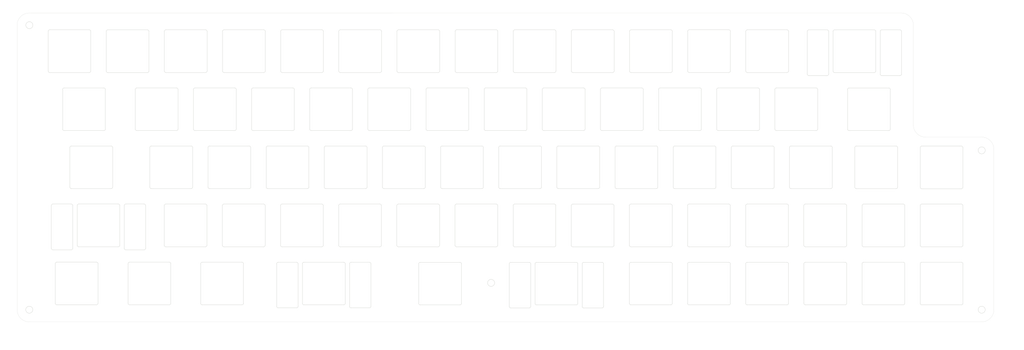
<source format=kicad_pcb>
(kicad_pcb (version 20240108) (generator "pcbnew") (generator_version "8.0")
  (title_block (title "Somei66") (rev "1.0 (Hotswap)") (company "Gzowski.co.uk"))
  (layers (0 "F.Cu" signal) (31 "B.Cu" signal) (34 "B.Paste" user) (35 "F.Paste" user) (36 "B.SilkS" user "B.Silkscreen") (37 "F.SilkS" user "F.Silkscreen") (38 "B.Mask" user) (39 "F.Mask" user) (44 "Edge.Cuts" user))
  (net 0 "")
  (net 1 "GND")
  (footprint "Button_Switch_Keyboard:SW_Cherry_MX_1.00u_PCB_HOTSWAP_Details_rounded" (layer "F.Cu") (at 211.877348 65.509297)
    (property "Reference" "SW9" (hide yes))
    (property "Value" "CPG151101S11" (hide yes))
    (fp_line (start -9.544 -1.429) (end -9.544 11.570999) (stroke (width 0.1)) (layer "Edge.Cuts"))
    (fp_line (start -9.044 12.071) (end 3.955999 12.071) (stroke (width 0.1)) (layer "Edge.Cuts"))
    (fp_line (start 3.955999 -1.929001) (end -9.044001 -1.929) (stroke (width 0.1)) (layer "Edge.Cuts"))
    (fp_line (start 4.455999 11.571) (end 4.456 -1.429) (stroke (width 0.1)) (layer "Edge.Cuts"))
    (fp_arc (start -9.544 -1.429) (mid -9.397531 -1.78253) (end -9.044001 -1.929) (stroke (width 0.1)) (layer "Edge.Cuts"))
    (fp_arc (start -9.044 12.071) (mid -9.397546 11.924545) (end -9.544 11.570999) (stroke (width 0.1)) (layer "Edge.Cuts"))
    (fp_arc (start 3.955999 -1.929001) (mid 4.309563 -1.782563) (end 4.456 -1.429) (stroke (width 0.1)) (layer "Edge.Cuts"))
    (fp_arc (start 4.455999 11.571) (mid 4.309576 11.924576) (end 3.955999 12.071) (stroke (width 0.1)) (layer "Edge.Cuts"))
  )
  (footprint "Button_Switch_Keyboard:SW_Cherry_MX_1.00u_PCB_HOTSWAP_Details_rounded" (layer "F.Cu") (at 188.077347 103.609297)
    (property "Reference" "SW37" (hide yes))
    (property "Value" "CPG151101S11" (hide yes))
    (fp_line (start -9.544 -1.429) (end -9.544 11.570999) (stroke (width 0.1)) (layer "Edge.Cuts"))
    (fp_line (start -9.044 12.071) (end 3.955999 12.071) (stroke (width 0.1)) (layer "Edge.Cuts"))
    (fp_line (start 3.955999 -1.929001) (end -9.044001 -1.929) (stroke (width 0.1)) (layer "Edge.Cuts"))
    (fp_line (start 4.455999 11.571) (end 4.456 -1.429) (stroke (width 0.1)) (layer "Edge.Cuts"))
    (fp_arc (start -9.544 -1.429) (mid -9.397531 -1.78253) (end -9.044001 -1.929) (stroke (width 0.1)) (layer "Edge.Cuts"))
    (fp_arc (start -9.044 12.071) (mid -9.397546 11.924545) (end -9.544 11.570999) (stroke (width 0.1)) (layer "Edge.Cuts"))
    (fp_arc (start 3.955999 -1.929001) (mid 4.309563 -1.782563) (end 4.456 -1.429) (stroke (width 0.1)) (layer "Edge.Cuts"))
    (fp_arc (start 4.455999 11.571) (mid 4.309576 11.924576) (end 3.955999 12.071) (stroke (width 0.1)) (layer "Edge.Cuts"))
  )
  (footprint "Button_Switch_Keyboard:SW_Cherry_MX_1.00u_PCB_HOTSWAP_Details_rounded" (layer "F.Cu") (at 268.995998 141.761999)
    (property "Reference" "SW68" (hide yes))
    (property "Value" "CPG151101S11" (hide yes))
    (fp_line (start -9.544 -1.429) (end -9.544 11.570999) (stroke (width 0.1)) (layer "Edge.Cuts"))
    (fp_line (start -9.044 12.071) (end 3.955999 12.071) (stroke (width 0.1)) (layer "Edge.Cuts"))
    (fp_line (start 3.955999 -1.929001) (end -9.044001 -1.929) (stroke (width 0.1)) (layer "Edge.Cuts"))
    (fp_line (start 4.455999 11.571) (end 4.456 -1.429) (stroke (width 0.1)) (layer "Edge.Cuts"))
    (fp_arc (start -9.544 -1.429) (mid -9.397531 -1.78253) (end -9.044001 -1.929) (stroke (width 0.1)) (layer "Edge.Cuts"))
    (fp_arc (start -9.044 12.071) (mid -9.397546 11.924545) (end -9.544 11.570999) (stroke (width 0.1)) (layer "Edge.Cuts"))
    (fp_arc (start 3.955999 -1.929001) (mid 4.309563 -1.782563) (end 4.456 -1.429) (stroke (width 0.1)) (layer "Edge.Cuts"))
    (fp_arc (start 4.455999 11.571) (mid 4.309576 11.924576) (end 3.955999 12.071) (stroke (width 0.1)) (layer "Edge.Cuts"))
  )
  (footprint "Button_Switch_Keyboard:SW_Cherry_MX_1.00u_PCB_HOTSWAP_Details_rounded" (layer "F.Cu") (at 126.152346 84.559296)
    (property "Reference" "SW19" (hide yes))
    (property "Value" "CPG151101S11" (hide yes))
    (fp_line (start -9.544 -1.429) (end -9.544 11.570999) (stroke (width 0.1)) (layer "Edge.Cuts"))
    (fp_line (start -9.044 12.071) (end 3.955999 12.071) (stroke (width 0.1)) (layer "Edge.Cuts"))
    (fp_line (start 3.955999 -1.929001) (end -9.044001 -1.929) (stroke (width 0.1)) (layer "Edge.Cuts"))
    (fp_line (start 4.455999 11.571) (end 4.456 -1.429) (stroke (width 0.1)) (layer "Edge.Cuts"))
    (fp_arc (start -9.544 -1.429) (mid -9.397531 -1.78253) (end -9.044001 -1.929) (stroke (width 0.1)) (layer "Edge.Cuts"))
    (fp_arc (start -9.044 12.071) (mid -9.397546 11.924545) (end -9.544 11.570999) (stroke (width 0.1)) (layer "Edge.Cuts"))
    (fp_arc (start 3.955999 -1.929001) (mid 4.309563 -1.782563) (end 4.456 -1.429) (stroke (width 0.1)) (layer "Edge.Cuts"))
    (fp_arc (start 4.455999 11.571) (mid 4.309576 11.924576) (end 3.955999 12.071) (stroke (width 0.1)) (layer "Edge.Cuts"))
  )
  (footprint "Button_Switch_Keyboard:SW_Cherry_MX_1.00u_PCB_HOTSWAP_Details_rounded" (layer "F.Cu") (at 192.827348 65.509297)
    (property "Reference" "SW8" (hide yes))
    (property "Value" "CPG151101S11" (hide yes))
    (fp_line (start -9.544 -1.429) (end -9.544 11.570999) (stroke (width 0.1)) (layer "Edge.Cuts"))
    (fp_line (start -9.044 12.071) (end 3.955999 12.071) (stroke (width 0.1)) (layer "Edge.Cuts"))
    (fp_line (start 3.955999 -1.929001) (end -9.044001 -1.929) (stroke (width 0.1)) (layer "Edge.Cuts"))
    (fp_line (start 4.455999 11.571) (end 4.456 -1.429) (stroke (width 0.1)) (layer "Edge.Cuts"))
    (fp_arc (start -9.544 -1.429) (mid -9.397531 -1.78253) (end -9.044001 -1.929) (stroke (width 0.1)) (layer "Edge.Cuts"))
    (fp_arc (start -9.044 12.071) (mid -9.397546 11.924545) (end -9.544 11.570999) (stroke (width 0.1)) (layer "Edge.Cuts"))
    (fp_arc (start 3.955999 -1.929001) (mid 4.309563 -1.782563) (end 4.456 -1.429) (stroke (width 0.1)) (layer "Edge.Cuts"))
    (fp_arc (start 4.455999 11.571) (mid 4.309576 11.924576) (end 3.955999 12.071) (stroke (width 0.1)) (layer "Edge.Cuts"))
  )
  (footprint "Button_Switch_Keyboard:SW_Cherry_MX_1.00u_PCB_HOTSWAP_Details_rounded" (layer "F.Cu") (at 249.945998 141.761999)
    (property "Reference" "SW67" (hide yes))
    (property "Value" "CPG151101S11" (hide yes))
    (fp_line (start -9.544 -1.429) (end -9.544 11.570999) (stroke (width 0.1)) (layer "Edge.Cuts"))
    (fp_line (start -9.044 12.071) (end 3.955999 12.071) (stroke (width 0.1)) (layer "Edge.Cuts"))
    (fp_line (start 3.955999 -1.929001) (end -9.044001 -1.929) (stroke (width 0.1)) (layer "Edge.Cuts"))
    (fp_line (start 4.455999 11.571) (end 4.456 -1.429) (stroke (width 0.1)) (layer "Edge.Cuts"))
    (fp_arc (start -9.544 -1.429) (mid -9.397531 -1.78253) (end -9.044001 -1.929) (stroke (width 0.1)) (layer "Edge.Cuts"))
    (fp_arc (start -9.044 12.071) (mid -9.397546 11.924545) (end -9.544 11.570999) (stroke (width 0.1)) (layer "Edge.Cuts"))
    (fp_arc (start 3.955999 -1.929001) (mid 4.309563 -1.782563) (end 4.456 -1.429) (stroke (width 0.1)) (layer "Edge.Cuts"))
    (fp_arc (start 4.455999 11.571) (mid 4.309576 11.924576) (end 3.955999 12.071) (stroke (width 0.1)) (layer "Edge.Cuts"))
  )
  (footprint "Button_Switch_Keyboard:SW_Cherry_MX_1.00u_PCB_HOTSWAP_Details_rounded" (layer "F.Cu") (at 116.627348 65.509297)
    (property "Reference" "SW4" (hide yes))
    (property "Value" "CPG151101S11" (hide yes))
    (fp_line (start -9.544 -1.429) (end -9.544 11.570999) (stroke (width 0.1)) (layer "Edge.Cuts"))
    (fp_line (start -9.044 12.071) (end 3.955999 12.071) (stroke (width 0.1)) (layer "Edge.Cuts"))
    (fp_line (start 3.955999 -1.929001) (end -9.044001 -1.929) (stroke (width 0.1)) (layer "Edge.Cuts"))
    (fp_line (start 4.455999 11.571) (end 4.456 -1.429) (stroke (width 0.1)) (layer "Edge.Cuts"))
    (fp_arc (start -9.544 -1.429) (mid -9.397531 -1.78253) (end -9.044001 -1.929) (stroke (width 0.1)) (layer "Edge.Cuts"))
    (fp_arc (start -9.044 12.071) (mid -9.397546 11.924545) (end -9.544 11.570999) (stroke (width 0.1)) (layer "Edge.Cuts"))
    (fp_arc (start 3.955999 -1.929001) (mid 4.309563 -1.782563) (end 4.456 -1.429) (stroke (width 0.1)) (layer "Edge.Cuts"))
    (fp_arc (start 4.455999 11.571) (mid 4.309576 11.924576) (end 3.955999 12.071) (stroke (width 0.1)) (layer "Edge.Cuts"))
  )
  (footprint "Button_Switch_Keyboard:SW_Cherry_MX_1.00u_PCB_HOTSWAP_Details_rounded" (layer "F.Cu") (at 307.086 122.682)
    (property "Reference" "SW58" (hide yes))
    (property "Value" "CPG151101S11" (hide yes))
    (fp_line (start -9.544 -1.429) (end -9.544 11.570999) (stroke (width 0.1)) (layer "Edge.Cuts"))
    (fp_line (start -9.044 12.071) (end 3.955999 12.071) (stroke (width 0.1)) (layer "Edge.Cuts"))
    (fp_line (start 3.955999 -1.929001) (end -9.044001 -1.929) (stroke (width 0.1)) (layer "Edge.Cuts"))
    (fp_line (start 4.455999 11.571) (end 4.456 -1.429) (stroke (width 0.1)) (layer "Edge.Cuts"))
    (fp_arc (start -9.544 -1.429) (mid -9.397531 -1.78253) (end -9.044001 -1.929) (stroke (width 0.1)) (layer "Edge.Cuts"))
    (fp_arc (start -9.044 12.071) (mid -9.397546 11.924545) (end -9.544 11.570999) (stroke (width 0.1)) (layer "Edge.Cuts"))
    (fp_arc (start 3.955999 -1.929001) (mid 4.309563 -1.782563) (end 4.456 -1.429) (stroke (width 0.1)) (layer "Edge.Cuts"))
    (fp_arc (start 4.455999 11.571) (mid 4.309576 11.924576) (end 3.955999 12.071) (stroke (width 0.1)) (layer "Edge.Cuts"))
  )
  (footprint "Button_Switch_Keyboard:SW_Cherry_MX_1.00u_PCB_HOTSWAP_Details_rounded" (layer "F.Cu") (at 78.527348 65.517297)
    (property "Reference" "SW2" (hide yes))
    (property "Value" "CPG151101S11" (hide yes))
    (fp_line (start -9.544 -1.429) (end -9.544 11.570999) (stroke (width 0.1)) (layer "Edge.Cuts"))
    (fp_line (start -9.044 12.071) (end 3.955999 12.071) (stroke (width 0.1)) (layer "Edge.Cuts"))
    (fp_line (start 3.955999 -1.929001) (end -9.044001 -1.929) (stroke (width 0.1)) (layer "Edge.Cuts"))
    (fp_line (start 4.455999 11.571) (end 4.456 -1.429) (stroke (width 0.1)) (layer "Edge.Cuts"))
    (fp_arc (start -9.544 -1.429) (mid -9.397531 -1.78253) (end -9.044001 -1.929) (stroke (width 0.1)) (layer "Edge.Cuts"))
    (fp_arc (start -9.044 12.071) (mid -9.397546 11.924545) (end -9.544 11.570999) (stroke (width 0.1)) (layer "Edge.Cuts"))
    (fp_arc (start 3.955999 -1.929001) (mid 4.309563 -1.782563) (end 4.456 -1.429) (stroke (width 0.1)) (layer "Edge.Cuts"))
    (fp_arc (start 4.455999 11.571) (mid 4.309576 11.924576) (end 3.955999 12.071) (stroke (width 0.1)) (layer "Edge.Cuts"))
  )
  (footprint "Button_Switch_Keyboard:SW_Cherry_MX_1.00u_PCB_HOTSWAP_Details_rounded" (layer "F.Cu") (at 85.677348 141.724298)
    (property "Reference" "SW62" (hide yes))
    (property "Value" "CPG151101S11" (hide yes))
    (fp_line (start -9.544 -1.429) (end -9.544 11.570999) (stroke (width 0.1)) (layer "Edge.Cuts"))
    (fp_line (start -9.044 12.071) (end 3.955999 12.071) (stroke (width 0.1)) (layer "Edge.Cuts"))
    (fp_line (start 3.955999 -1.929001) (end -9.044001 -1.929) (stroke (width 0.1)) (layer "Edge.Cuts"))
    (fp_line (start 4.455999 11.571) (end 4.456 -1.429) (stroke (width 0.1)) (layer "Edge.Cuts"))
    (fp_arc (start -9.544 -1.429) (mid -9.397531 -1.78253) (end -9.044001 -1.929) (stroke (width 0.1)) (layer "Edge.Cuts"))
    (fp_arc (start -9.044 12.071) (mid -9.397546 11.924545) (end -9.544 11.570999) (stroke (width 0.1)) (layer "Edge.Cuts"))
    (fp_arc (start 3.955999 -1.929001) (mid 4.309563 -1.782563) (end 4.456 -1.429) (stroke (width 0.1)) (layer "Edge.Cuts"))
    (fp_arc (start 4.455999 11.571) (mid 4.309576 11.924576) (end 3.955999 12.071) (stroke (width 0.1)) (layer "Edge.Cuts"))
  )
  (footprint "Button_Switch_Keyboard:SW_Cherry_MX_1.00u_PCB_HOTSWAP_Details_rounded" (layer "F.Cu") (at 183.302345 84.559296)
    (property "Reference" "SW22" (hide yes))
    (property "Value" "CPG151101S11" (hide yes))
    (fp_line (start -9.544 -1.429) (end -9.544 11.570999) (stroke (width 0.1)) (layer "Edge.Cuts"))
    (fp_line (start -9.044 12.071) (end 3.955999 12.071) (stroke (width 0.1)) (layer "Edge.Cuts"))
    (fp_line (start 3.955999 -1.929001) (end -9.044001 -1.929) (stroke (width 0.1)) (layer "Edge.Cuts"))
    (fp_line (start 4.455999 11.571) (end 4.456 -1.429) (stroke (width 0.1)) (layer "Edge.Cuts"))
    (fp_arc (start -9.544 -1.429) (mid -9.397531 -1.78253) (end -9.044001 -1.929) (stroke (width 0.1)) (layer "Edge.Cuts"))
    (fp_arc (start -9.044 12.071) (mid -9.397546 11.924545) (end -9.544 11.570999) (stroke (width 0.1)) (layer "Edge.Cuts"))
    (fp_arc (start 3.955999 -1.929001) (mid 4.309563 -1.782563) (end 4.456 -1.429) (stroke (width 0.1)) (layer "Edge.Cuts"))
    (fp_arc (start 4.455999 11.571) (mid 4.309576 11.924576) (end 3.955999 12.071) (stroke (width 0.1)) (layer "Edge.Cuts"))
  )
  (footprint "Button_Switch_Keyboard:SW_Cherry_MX_1.00u_PCB_HOTSWAP_Details_rounded_stab" (layer "F.Cu") (at 142.817348 141.744298)
    (property "Reference" "SW64" (hide yes))
    (property "Value" "CPG151101S11" (hide yes))
    (fp_line (start -17.982001 12.570999) (end -17.982 -1.429) (stroke (width 0.1)) (layer "Edge.Cuts"))
    (fp_line (start -17.482001 -1.929) (end -11.482001 -1.929001) (stroke (width 0.1)) (layer "Edge.Cuts"))
    (fp_line (start -11.482001 13.070998) (end -17.482001 13.070999) (stroke (width 0.1)) (layer "Edge.Cuts"))
    (fp_line (start -10.982 -1.429003) (end -10.982 12.570998) (stroke (width 0.1)) (layer "Edge.Cuts"))
    (fp_line (start -9.544 -1.429) (end -9.544 11.570999) (stroke (width 0.1)) (layer "Edge.Cuts"))
    (fp_line (start -9.044 12.071) (end 3.955999 12.071) (stroke (width 0.1)) (layer "Edge.Cuts"))
    (fp_line (start 3.955999 -1.929001) (end -9.044001 -1.929) (stroke (width 0.1)) (layer "Edge.Cuts"))
    (fp_line (start 4.455999 11.571) (end 4.456 -1.429) (stroke (width 0.1)) (layer "Edge.Cuts"))
    (fp_line (start 5.894 -1.429003) (end 5.894 12.570998) (stroke (width 0.1)) (layer "Edge.Cuts"))
    (fp_line (start 6.393999 13.070997) (end 12.393999 13.070998) (stroke (width 0.1)) (layer "Edge.Cuts"))
    (fp_line (start 12.393999 -1.929001) (end 6.393999 -1.929002) (stroke (width 0.1)) (layer "Edge.Cuts"))
    (fp_line (start 12.893999 12.570999) (end 12.894 -1.429) (stroke (width 0.1)) (layer "Edge.Cuts"))
    (fp_arc (start -17.982 -1.429) (mid -17.835531 -1.78253) (end -17.482001 -1.929) (stroke (width 0.1)) (layer "Edge.Cuts"))
    (fp_arc (start -17.482001 13.070999) (mid -17.835546 12.924544) (end -17.982001 12.570999) (stroke (width 0.1)) (layer "Edge.Cuts"))
    (fp_arc (start -11.482001 -1.929001) (mid -11.128439 -1.782564) (end -10.982 -1.429003) (stroke (width 0.1)) (layer "Edge.Cuts"))
    (fp_arc (start -10.982 12.570998) (mid -11.128423 12.924576) (end -11.482001 13.070998) (stroke (width 0.1)) (layer "Edge.Cuts"))
    (fp_arc (start -9.544 -1.429) (mid -9.397531 -1.78253) (end -9.044001 -1.929) (stroke (width 0.1)) (layer "Edge.Cuts"))
    (fp_arc (start -9.044 12.071) (mid -9.397546 11.924545) (end -9.544 11.570999) (stroke (width 0.1)) (layer "Edge.Cuts"))
    (fp_arc (start 3.955999 -1.929001) (mid 4.309563 -1.782563) (end 4.456 -1.429) (stroke (width 0.1)) (layer "Edge.Cuts"))
    (fp_arc (start 4.455999 11.571) (mid 4.309576 11.924576) (end 3.955999 12.071) (stroke (width 0.1)) (layer "Edge.Cuts"))
    (fp_arc (start 5.894 -1.429003) (mid 6.040471 -1.782531) (end 6.393999 -1.929002) (stroke (width 0.1)) (layer "Edge.Cuts"))
    (fp_arc (start 6.393999 13.070997) (mid 6.040448 12.92455) (end 5.894 12.570998) (stroke (width 0.1)) (layer "Edge.Cuts"))
    (fp_arc (start 12.393999 -1.929001) (mid 12.747554 -1.782554) (end 12.894 -1.429) (stroke (width 0.1)) (layer "Edge.Cuts"))
    (fp_arc (start 12.893999 12.570999) (mid 12.747582 12.924582) (end 12.393999 13.070998) (stroke (width 0.1)) (layer "Edge.Cuts"))
  )
  (footprint "Button_Switch_Keyboard:SW_Cherry_MX_1.00u_PCB_HOTSWAP_Details_rounded" (layer "F.Cu") (at 154.727348 65.509297)
    (property "Reference" "SW6" (hide yes))
    (property "Value" "CPG151101S11" (hide yes))
    (fp_line (start -9.544 -1.429) (end -9.544 11.570999) (stroke (width 0.1)) (layer "Edge.Cuts"))
    (fp_line (start -9.044 12.071) (end 3.955999 12.071) (stroke (width 0.1)) (layer "Edge.Cuts"))
    (fp_line (start 3.955999 -1.929001) (end -9.044001 -1.929) (stroke (width 0.1)) (layer "Edge.Cuts"))
    (fp_line (start 4.455999 11.571) (end 4.456 -1.429) (stroke (width 0.1)) (layer "Edge.Cuts"))
    (fp_arc (start -9.544 -1.429) (mid -9.397531 -1.78253) (end -9.044001 -1.929) (stroke (width 0.1)) (layer "Edge.Cuts"))
    (fp_arc (start -9.044 12.071) (mid -9.397546 11.924545) (end -9.544 11.570999) (stroke (width 0.1)) (layer "Edge.Cuts"))
    (fp_arc (start 3.955999 -1.929001) (mid 4.309563 -1.782563) (end 4.456 -1.429) (stroke (width 0.1)) (layer "Edge.Cuts"))
    (fp_arc (start 4.455999 11.571) (mid 4.309576 11.924576) (end 3.955999 12.071) (stroke (width 0.1)) (layer "Edge.Cuts"))
  )
  (footprint "Button_Switch_Keyboard:SW_Cherry_MX_1.00u_PCB_HOTSWAP_Details_rounded" (layer "F.Cu") (at 249.977348 65.509298)
    (property "Reference" "SW11" (hide yes))
    (property "Value" "CPG151101S11" (hide yes))
    (fp_line (start -9.544 -1.429) (end -9.544 11.570999) (stroke (width 0.1)) (layer "Edge.Cuts"))
    (fp_line (start -9.044 12.071) (end 3.955999 12.071) (stroke (width 0.1)) (layer "Edge.Cuts"))
    (fp_line (start 3.955999 -1.929001) (end -9.044001 -1.929) (stroke (width 0.1)) (layer "Edge.Cuts"))
    (fp_line (start 4.455999 11.571) (end 4.456 -1.429) (stroke (width 0.1)) (layer "Edge.Cuts"))
    (fp_arc (start -9.544 -1.429) (mid -9.397531 -1.78253) (end -9.044001 -1.929) (stroke (width 0.1)) (layer "Edge.Cuts"))
    (fp_arc (start -9.044 12.071) (mid -9.397546 11.924545) (end -9.544 11.570999) (stroke (width 0.1)) (layer "Edge.Cuts"))
    (fp_arc (start 3.955999 -1.929001) (mid 4.309563 -1.782563) (end 4.456 -1.429) (stroke (width 0.1)) (layer "Edge.Cuts"))
    (fp_arc (start 4.455999 11.571) (mid 4.309576 11.924576) (end 3.955999 12.071) (stroke (width 0.1)) (layer "Edge.Cuts"))
  )
  (footprint "Button_Switch_Keyboard:SW_Cherry_MX_1.00u_PCB_HOTSWAP_Details_rounded" (layer "F.Cu") (at 297.602346 84.559296)
    (property "Reference" "SW28" (hide yes))
    (property "Value" "CPG151101S11" (hide yes))
    (fp_line (start -9.544 -1.429) (end -9.544 11.570999) (stroke (width 0.1)) (layer "Edge.Cuts"))
    (fp_line (start -9.044 12.071) (end 3.955999 12.071) (stroke (width 0.1)) (layer "Edge.Cuts"))
    (fp_line (start 3.955999 -1.929001) (end -9.044001 -1.929) (stroke (width 0.1)) (layer "Edge.Cuts"))
    (fp_line (start 4.455999 11.571) (end 4.456 -1.429) (stroke (width 0.1)) (layer "Edge.Cuts"))
    (fp_arc (start -9.544 -1.429) (mid -9.397531 -1.78253) (end -9.044001 -1.929) (stroke (width 0.1)) (layer "Edge.Cuts"))
    (fp_arc (start -9.044 12.071) (mid -9.397546 11.924545) (end -9.544 11.570999) (stroke (width 0.1)) (layer "Edge.Cuts"))
    (fp_arc (start 3.955999 -1.929001) (mid 4.309563 -1.782563) (end 4.456 -1.429) (stroke (width 0.1)) (layer "Edge.Cuts"))
    (fp_arc (start 4.455999 11.571) (mid 4.309576 11.924576) (end 3.955999 12.071) (stroke (width 0.1)) (layer "Edge.Cuts"))
  )
  (footprint "Button_Switch_Keyboard:SW_Cherry_MX_1.00u_PCB_HOTSWAP_Details_rounded" (layer "F.Cu") (at 302.377348 103.609297)
    (property "Reference" "SW43" (hide yes))
    (property "Value" "CPG151101S11" (hide yes))
    (fp_line (start -9.544 -1.429) (end -9.544 11.570999) (stroke (width 0.1)) (layer "Edge.Cuts"))
    (fp_line (start -9.044 12.071) (end 3.955999 12.071) (stroke (width 0.1)) (layer "Edge.Cuts"))
    (fp_line (start 3.955999 -1.929001) (end -9.044001 -1.929) (stroke (width 0.1)) (layer "Edge.Cuts"))
    (fp_line (start 4.455999 11.571) (end 4.456 -1.429) (stroke (width 0.1)) (layer "Edge.Cuts"))
    (fp_arc (start -9.544 -1.429) (mid -9.397531 -1.78253) (end -9.044001 -1.929) (stroke (width 0.1)) (layer "Edge.Cuts"))
    (fp_arc (start -9.044 12.071) (mid -9.397546 11.924545) (end -9.544 11.570999) (stroke (width 0.1)) (layer "Edge.Cuts"))
    (fp_arc (start 3.955999 -1.929001) (mid 4.309563 -1.782563) (end 4.456 -1.429) (stroke (width 0.1)) (layer "Edge.Cuts"))
    (fp_arc (start 4.455999 11.571) (mid 4.309576 11.924576) (end 3.955999 12.071) (stroke (width 0.1)) (layer "Edge.Cuts"))
  )
  (footprint "Button_Switch_Keyboard:SW_Cherry_MX_1.00u_PCB_HOTSWAP_Details_rounded" (layer "F.Cu") (at 211.835997 122.681999)
    (property "Reference" "SW53" (hide yes))
    (property "Value" "CPG151101S11" (hide yes))
    (fp_line (start -9.544 -1.429) (end -9.544 11.570999) (stroke (width 0.1)) (layer "Edge.Cuts"))
    (fp_line (start -9.044 12.071) (end 3.955999 12.071) (stroke (width 0.1)) (layer "Edge.Cuts"))
    (fp_line (start 3.955999 -1.929001) (end -9.044001 -1.929) (stroke (width 0.1)) (layer "Edge.Cuts"))
    (fp_line (start 4.455999 11.571) (end 4.456 -1.429) (stroke (width 0.1)) (layer "Edge.Cuts"))
    (fp_arc (start -9.544 -1.429) (mid -9.397531 -1.78253) (end -9.044001 -1.929) (stroke (width 0.1)) (layer "Edge.Cuts"))
    (fp_arc (start -9.044 12.071) (mid -9.397546 11.924545) (end -9.544 11.570999) (stroke (width 0.1)) (layer "Edge.Cuts"))
    (fp_arc (start 3.955999 -1.929001) (mid 4.309563 -1.782563) (end 4.456 -1.429) (stroke (width 0.1)) (layer "Edge.Cuts"))
    (fp_arc (start 4.455999 11.571) (mid 4.309576 11.924576) (end 3.955999 12.071) (stroke (width 0.1)) (layer "Edge.Cuts"))
  )
  (footprint "Button_Switch_Keyboard:SW_Cherry_MX_1.00u_PCB_HOTSWAP_Details_rounded" (layer "F.Cu") (at 66.627348 103.609297)
    (property "Reference" "SW31" (hide yes))
    (property "Value" "CPG151101S11" (hide yes))
    (fp_line (start -9.544 -1.429) (end -9.544 11.570999) (stroke (width 0.1)) (layer "Edge.Cuts"))
    (fp_line (start -9.044 12.071) (end 3.955999 12.071) (stroke (width 0.1)) (layer "Edge.Cuts"))
    (fp_line (start 3.955999 -1.929001) (end -9.044001 -1.929) (stroke (width 0.1)) (layer "Edge.Cuts"))
    (fp_line (start 4.455999 11.571) (end 4.456 -1.429) (stroke (width 0.1)) (layer "Edge.Cuts"))
    (fp_arc (start -9.544 -1.429) (mid -9.397531 -1.78253) (end -9.044001 -1.929) (stroke (width 0.1)) (layer "Edge.Cuts"))
    (fp_arc (start -9.044 12.071) (mid -9.397546 11.924545) (end -9.544 11.570999) (stroke (width 0.1)) (layer "Edge.Cuts"))
    (fp_arc (start 3.955999 -1.929001) (mid 4.309563 -1.782563) (end 4.456 -1.429) (stroke (width 0.1)) (layer "Edge.Cuts"))
    (fp_arc (start 4.455999 11.571) (mid 4.309576 11.924576) (end 3.955999 12.071) (stroke (width 0.1)) (layer "Edge.Cuts"))
  )
  (footprint "Button_Switch_Keyboard:SW_Cherry_MX_1.00u_PCB_HOTSWAP_Details_rounded" (layer "F.Cu") (at 97.577348 65.509297)
    (property "Reference" "SW3" (hide yes))
    (property "Value" "CPG151101S11" (hide yes))
    (fp_line (start -9.544 -1.429) (end -9.544 11.570999) (stroke (width 0.1)) (layer "Edge.Cuts"))
    (fp_line (start -9.044 12.071) (end 3.955999 12.071) (stroke (width 0.1)) (layer "Edge.Cuts"))
    (fp_line (start 3.955999 -1.929001) (end -9.044001 -1.929) (stroke (width 0.1)) (layer "Edge.Cuts"))
    (fp_line (start 4.455999 11.571) (end 4.456 -1.429) (stroke (width 0.1)) (layer "Edge.Cuts"))
    (fp_arc (start -9.544 -1.429) (mid -9.397531 -1.78253) (end -9.044001 -1.929) (stroke (width 0.1)) (layer "Edge.Cuts"))
    (fp_arc (start -9.044 12.071) (mid -9.397546 11.924545) (end -9.544 11.570999) (stroke (width 0.1)) (layer "Edge.Cuts"))
    (fp_arc (start 3.955999 -1.929001) (mid 4.309563 -1.782563) (end 4.456 -1.429) (stroke (width 0.1)) (layer "Edge.Cuts"))
    (fp_arc (start 4.455999 11.571) (mid 4.309576 11.924576) (end 3.955999 12.071) (stroke (width 0.1)) (layer "Edge.Cuts"))
  )
  (footprint "Button_Switch_Keyboard:SW_Cherry_MX_1.00u_PCB_HOTSWAP_Details_rounded" (layer "F.Cu") (at 61.842347 141.719298)
    (property "Reference" "SW61" (hide yes))
    (property "Value" "CPG151101S11" (hide yes))
    (fp_line (start -9.544 -1.429) (end -9.544 11.570999) (stroke (width 0.1)) (layer "Edge.Cuts"))
    (fp_line (start -9.044 12.071) (end 3.955999 12.071) (stroke (width 0.1)) (layer "Edge.Cuts"))
    (fp_line (start 3.955999 -1.929001) (end -9.044001 -1.929) (stroke (width 0.1)) (layer "Edge.Cuts"))
    (fp_line (start 4.455999 11.571) (end 4.456 -1.429) (stroke (width 0.1)) (layer "Edge.Cuts"))
    (fp_arc (start -9.544 -1.429) (mid -9.397531 -1.78253) (end -9.044001 -1.929) (stroke (width 0.1)) (layer "Edge.Cuts"))
    (fp_arc (start -9.044 12.071) (mid -9.397546 11.924545) (end -9.544 11.570999) (stroke (width 0.1)) (layer "Edge.Cuts"))
    (fp_arc (start 3.955999 -1.929001) (mid 4.309563 -1.782563) (end 4.456 -1.429) (stroke (width 0.1)) (layer "Edge.Cuts"))
    (fp_arc (start 4.455999 11.571) (mid 4.309576 11.924576) (end 3.955999 12.071) (stroke (width 0.1)) (layer "Edge.Cuts"))
  )
  (footprint "Button_Switch_Keyboard:SW_Cherry_MX_1.00u_PCB_HOTSWAP_Details_rounded" (layer "F.Cu") (at 207.127348 103.609297)
    (property "Reference" "SW38" (hide yes))
    (property "Value" "CPG151101S11" (hide yes))
    (fp_line (start -9.544 -1.429) (end -9.544 11.570999) (stroke (width 0.1)) (layer "Edge.Cuts"))
    (fp_line (start -9.044 12.071) (end 3.955999 12.071) (stroke (width 0.1)) (layer "Edge.Cuts"))
    (fp_line (start 3.955999 -1.929001) (end -9.044001 -1.929) (stroke (width 0.1)) (layer "Edge.Cuts"))
    (fp_line (start 4.455999 11.571) (end 4.456 -1.429) (stroke (width 0.1)) (layer "Edge.Cuts"))
    (fp_arc (start -9.544 -1.429) (mid -9.397531 -1.78253) (end -9.044001 -1.929) (stroke (width 0.1)) (layer "Edge.Cuts"))
    (fp_arc (start -9.044 12.071) (mid -9.397546 11.924545) (end -9.544 11.570999) (stroke (width 0.1)) (layer "Edge.Cuts"))
    (fp_arc (start 3.955999 -1.929001) (mid 4.309563 -1.782563) (end 4.456 -1.429) (stroke (width 0.1)) (layer "Edge.Cuts"))
    (fp_arc (start 4.455999 11.571) (mid 4.309576 11.924576) (end 3.955999 12.071) (stroke (width 0.1)) (layer "Edge.Cuts"))
  )
  (footprint "Button_Switch_Keyboard:SW_Cherry_MX_1.00u_PCB_HOTSWAP_Details_rounded" (layer "F.Cu") (at 180.910998 141.769298)
    (property "Reference" "SW65" (hide yes))
    (property "Value" "CPG151101S11" (hide yes))
    (fp_line (start -9.544 -1.429) (end -9.544 11.570999) (stroke (width 0.1)) (layer "Edge.Cuts"))
    (fp_line (start -9.044 12.071) (end 3.955999 12.071) (stroke (width 0.1)) (layer "Edge.Cuts"))
    (fp_line (start 3.955999 -1.929001) (end -9.044001 -1.929) (stroke (width 0.1)) (layer "Edge.Cuts"))
    (fp_line (start 4.455999 11.571) (end 4.456 -1.429) (stroke (width 0.1)) (layer "Edge.Cuts"))
    (fp_arc (start -9.544 -1.429) (mid -9.397531 -1.78253) (end -9.044001 -1.929) (stroke (width 0.1)) (layer "Edge.Cuts"))
    (fp_arc (start -9.044 12.071) (mid -9.397546 11.924545) (end -9.544 11.570999) (stroke (width 0.1)) (layer "Edge.Cuts"))
    (fp_arc (start 3.955999 -1.929001) (mid 4.309563 -1.782563) (end 4.456 -1.429) (stroke (width 0.1)) (layer "Edge.Cuts"))
    (fp_arc (start 4.455999 11.571) (mid 4.309576 11.924576) (end 3.955999 12.071) (stroke (width 0.1)) (layer "Edge.Cuts"))
  )
  (footprint "Button_Switch_Keyboard:SW_Cherry_MX_1.00u_PCB_HOTSWAP_Details_rounded" (layer "F.Cu") (at 149.977347 103.609297)
    (property "Reference" "SW35" (hide yes))
    (property "Value" "CPG151101S11" (hide yes))
    (fp_line (start -9.544 -1.429) (end -9.544 11.570999) (stroke (width 0.1)) (layer "Edge.Cuts"))
    (fp_line (start -9.044 12.071) (end 3.955999 12.071) (stroke (width 0.1)) (layer "Edge.Cuts"))
    (fp_line (start 3.955999 -1.929001) (end -9.044001 -1.929) (stroke (width 0.1)) (layer "Edge.Cuts"))
    (fp_line (start 4.455999 11.571) (end 4.456 -1.429) (stroke (width 0.1)) (layer "Edge.Cuts"))
    (fp_arc (start -9.544 -1.429) (mid -9.397531 -1.78253) (end -9.044001 -1.929) (stroke (width 0.1)) (layer "Edge.Cuts"))
    (fp_arc (start -9.044 12.071) (mid -9.397546 11.924545) (end -9.544 11.570999) (stroke (width 0.1)) (layer "Edge.Cuts"))
    (fp_arc (start 3.955999 -1.929001) (mid 4.309563 -1.782563) (end 4.456 -1.429) (stroke (width 0.1)) (layer "Edge.Cuts"))
    (fp_arc (start 4.455999 11.571) (mid 4.309576 11.924576) (end 3.955999 12.071) (stroke (width 0.1)) (layer "Edge.Cuts"))
  )
  (footprint "Button_Switch_Keyboard:SW_Cherry_MX_1.00u_PCB_HOTSWAP_Details_rounded" (layer "F.Cu") (at 173.777348 65.509297)
    (property "Reference" "SW7" (hide yes))
    (property "Value" "CPG151101S11" (hide yes))
    (fp_line (start -9.544 -1.429) (end -9.544 11.570999) (stroke (width 0.1)) (layer "Edge.Cuts"))
    (fp_line (start -9.044 12.071) (end 3.955999 12.071) (stroke (width 0.1)) (layer "Edge.Cuts"))
    (fp_line (start 3.955999 -1.929001) (end -9.044001 -1.929) (stroke (width 0.1)) (layer "Edge.Cuts"))
    (fp_line (start 4.455999 11.571) (end 4.456 -1.429) (stroke (width 0.1)) (layer "Edge.Cuts"))
    (fp_arc (start -9.544 -1.429) (mid -9.397531 -1.78253) (end -9.044001 -1.929) (stroke (width 0.1)) (layer "Edge.Cuts"))
    (fp_arc (start -9.044 12.071) (mid -9.397546 11.924545) (end -9.544 11.570999) (stroke (width 0.1)) (layer "Edge.Cuts"))
    (fp_arc (start 3.955999 -1.929001) (mid 4.309563 -1.782563) (end 4.456 -1.429) (stroke (width 0.1)) (layer "Edge.Cuts"))
    (fp_arc (start 4.455999 11.571) (mid 4.309576 11.924576) (end 3.955999 12.071) (stroke (width 0.1)) (layer "Edge.Cuts"))
  )
  (footprint "Button_Switch_Keyboard:SW_Cherry_MX_1.00u_PCB_HOTSWAP_Details_rounded" (layer "F.Cu") (at 321.402348 84.574298)
    (property "Reference" "SW29" (hide yes))
    (property "Value" "CPG151101S11" (hide yes))
    (fp_line (start -9.544 -1.429) (end -9.544 11.570999) (stroke (width 0.1)) (layer "Edge.Cuts"))
    (fp_line (start -9.044 12.071) (end 3.955999 12.071) (stroke (width 0.1)) (layer "Edge.Cuts"))
    (fp_line (start 3.955999 -1.929001) (end -9.044001 -1.929) (stroke (width 0.1)) (layer "Edge.Cuts"))
    (fp_line (start 4.455999 11.571) (end 4.456 -1.429) (stroke (width 0.1)) (layer "Edge.Cuts"))
    (fp_arc (start -9.544 -1.429) (mid -9.397531 -1.78253) (end -9.044001 -1.929) (stroke (width 0.1)) (layer "Edge.Cuts"))
    (fp_arc (start -9.044 12.071) (mid -9.397546 11.924545) (end -9.544 11.570999) (stroke (width 0.1)) (layer "Edge.Cuts"))
    (fp_arc (start 3.955999 -1.929001) (mid 4.309563 -1.782563) (end 4.456 -1.429) (stroke (width 0.1)) (layer "Edge.Cuts"))
    (fp_arc (start 4.455999 11.571) (mid 4.309576 11.924576) (end 3.955999 12.071) (stroke (width 0.1)) (layer "Edge.Cuts"))
  )
  (footprint "Button_Switch_Keyboard:SW_Cherry_MX_1.00u_PCB_HOTSWAP_Details_rounded" (layer "F.Cu") (at 130.927348 103.609297)
    (property "Reference" "SW34" (hide yes))
    (property "Value" "CPG151101S11" (hide yes))
    (fp_line (start -9.544 -1.429) (end -9.544 11.570999) (stroke (width 0.1)) (layer "Edge.Cuts"))
    (fp_line (start -9.044 12.071) (end 3.955999 12.071) (stroke (width 0.1)) (layer "Edge.Cuts"))
    (fp_line (start 3.955999 -1.929001) (end -9.044001 -1.929) (stroke (width 0.1)) (layer "Edge.Cuts"))
    (fp_line (start 4.455999 11.571) (end 4.456 -1.429) (stroke (width 0.1)) (layer "Edge.Cuts"))
    (fp_arc (start -9.544 -1.429) (mid -9.397531 -1.78253) (end -9.044001 -1.929) (stroke (width 0.1)) (layer "Edge.Cuts"))
    (fp_arc (start -9.044 12.071) (mid -9.397546 11.924545) (end -9.544 11.570999) (stroke (width 0.1)) (layer "Edge.Cuts"))
    (fp_arc (start 3.955999 -1.929001) (mid 4.309563 -1.782563) (end 4.456 -1.429) (stroke (width 0.1)) (layer "Edge.Cuts"))
    (fp_arc (start 4.455999 11.571) (mid 4.309576 11.924576) (end 3.955999 12.071) (stroke (width 0.1)) (layer "Edge.Cuts"))
  )
  (footprint "Button_Switch_Keyboard:SW_Cherry_MX_1.00u_PCB_HOTSWAP_Details_rounded" (layer "F.Cu") (at 226.177348 103.609297)
    (property "Reference" "SW39" (hide yes))
    (property "Value" "CPG151101S11" (hide yes))
    (fp_line (start -9.544 -1.429) (end -9.544 11.570999) (stroke (width 0.1)) (layer "Edge.Cuts"))
    (fp_line (start -9.044 12.071) (end 3.955999 12.071) (stroke (width 0.1)) (layer "Edge.Cuts"))
    (fp_line (start 3.955999 -1.929001) (end -9.044001 -1.929) (stroke (width 0.1)) (layer "Edge.Cuts"))
    (fp_line (start 4.455999 11.571) (end 4.456 -1.429) (stroke (width 0.1)) (layer "Edge.Cuts"))
    (fp_arc (start -9.544 -1.429) (mid -9.397531 -1.78253) (end -9.044001 -1.929) (stroke (width 0.1)) (layer "Edge.Cuts"))
    (fp_arc (start -9.044 12.071) (mid -9.397546 11.924545) (end -9.544 11.570999) (stroke (width 0.1)) (layer "Edge.Cuts"))
    (fp_arc (start 3.955999 -1.929001) (mid 4.309563 -1.782563) (end 4.456 -1.429) (stroke (width 0.1)) (layer "Edge.Cuts"))
    (fp_arc (start 4.455999 11.571) (mid 4.309576 11.924576) (end 3.955999 12.071) (stroke (width 0.1)) (layer "Edge.Cuts"))
  )
  (footprint "Button_Switch_Keyboard:SW_Cherry_MX_1.00u_PCB_HOTSWAP_Details_rounded" (layer "F.Cu") (at 283.327348 103.609297)
    (property "Reference" "SW42" (hide yes))
    (property "Value" "CPG151101S11" (hide yes))
    (fp_line (start -9.544 -1.429) (end -9.544 11.570999) (stroke (width 0.1)) (layer "Edge.Cuts"))
    (fp_line (start -9.044 12.071) (end 3.955999 12.071) (stroke (width 0.1)) (layer "Edge.Cuts"))
    (fp_line (start 3.955999 -1.929001) (end -9.044001 -1.929) (stroke (width 0.1)) (layer "Edge.Cuts"))
    (fp_line (start 4.455999 11.571) (end 4.456 -1.429) (stroke (width 0.1)) (layer "Edge.Cuts"))
    (fp_arc (start -9.544 -1.429) (mid -9.397531 -1.78253) (end -9.044001 -1.929) (stroke (width 0.1)) (layer "Edge.Cuts"))
    (fp_arc (start -9.044 12.071) (mid -9.397546 11.924545) (end -9.544 11.570999) (stroke (width 0.1)) (layer "Edge.Cuts"))
    (fp_arc (start 3.955999 -1.929001) (mid 4.309563 -1.782563) (end 4.456 -1.429) (stroke (width 0.1)) (layer "Edge.Cuts"))
    (fp_arc (start 4.455999 11.571) (mid 4.309576 11.924576) (end 3.955999 12.071) (stroke (width 0.1)) (layer "Edge.Cuts"))
  )
  (footprint "Button_Switch_Keyboard:SW_Cherry_MX_1.00u_PCB_HOTSWAP_Details_rounded" (layer "F.Cu") (at 97.535998 122.681999)
    (property "Reference" "SW47" (hide yes))
    (property "Value" "CPG151101S11" (hide yes))
    (fp_line (start -9.544 -1.429) (end -9.544 11.570999) (stroke (width 0.1)) (layer "Edge.Cuts"))
    (fp_line (start -9.044 12.071) (end 3.955999 12.071) (stroke (width 0.1)) (layer "Edge.Cuts"))
    (fp_line (start 3.955999 -1.929001) (end -9.044001 -1.929) (stroke (width 0.1)) (layer "Edge.Cuts"))
    (fp_line (start 4.455999 11.571) (end 4.456 -1.429) (stroke (width 0.1)) (layer "Edge.Cuts"))
    (fp_arc (start -9.544 -1.429) (mid -9.397531 -1.78253) (end -9.044001 -1.929) (stroke (width 0.1)) (layer "Edge.Cuts"))
    (fp_arc (start -9.044 12.071) (mid -9.397546 11.924545) (end -9.544 11.570999) (stroke (width 0.1)) (layer "Edge.Cuts"))
    (fp_arc (start 3.955999 -1.929001) (mid 4.309563 -1.782563) (end 4.456 -1.429) (stroke (width 0.1)) (layer "Edge.Cuts"))
    (fp_arc (start 4.455999 11.571) (mid 4.309576 11.924576) (end 3.955999 12.071) (stroke (width 0.1)) (layer "Edge.Cuts"))
  )
  (footprint "Button_Switch_Keyboard:SW_Cherry_MX_1.00u_PCB_HOTSWAP_Details_rounded" (layer "F.Cu") (at 135.677347 65.509297)
    (property "Reference" "SW5" (hide yes))
    (property "Value" "CPG151101S11" (hide yes))
    (fp_line (start -9.544 -1.429) (end -9.544 11.570999) (stroke (width 0.1)) (layer "Edge.Cuts"))
    (fp_line (start -9.044 12.071) (end 3.955999 12.071) (stroke (width 0.1)) (layer "Edge.Cuts"))
    (fp_line (start 3.955999 -1.929001) (end -9.044001 -1.929) (stroke (width 0.1)) (layer "Edge.Cuts"))
    (fp_line (start 4.455999 11.571) (end 4.456 -1.429) (stroke (width 0.1)) (layer "Edge.Cuts"))
    (fp_arc (start -9.544 -1.429) (mid -9.397531 -1.78253) (end -9.044001 -1.929) (stroke (width 0.1)) (layer "Edge.Cuts"))
    (fp_arc (start -9.044 12.071) (mid -9.397546 11.924545) (end -9.544 11.570999) (stroke (width 0.1)) (layer "Edge.Cuts"))
    (fp_arc (start 3.955999 -1.929001) (mid 4.309563 -1.782563) (end 4.456 -1.429) (stroke (width 0.1)) (layer "Edge.Cuts"))
    (fp_arc (start 4.455999 11.571) (mid 4.309576 11.924576) (end 3.955999 12.071) (stroke (width 0.1)) (layer "Edge.Cuts"))
  )
  (footprint "Button_Switch_Keyboard:SW_Cherry_MX_1.00u_PCB_HOTSWAP_Details_rounded" (layer "F.Cu") (at 259.502345 84.559296)
    (property "Reference" "SW26" (hide yes))
    (property "Value" "CPG151101S11" (hide yes))
    (fp_line (start -9.544 -1.429) (end -9.544 11.570999) (stroke (width 0.1)) (layer "Edge.Cuts"))
    (fp_line (start -9.044 12.071) (end 3.955999 12.071) (stroke (width 0.1)) (layer "Edge.Cuts"))
    (fp_line (start 3.955999 -1.929001) (end -9.044001 -1.929) (stroke (width 0.1)) (layer "Edge.Cuts"))
    (fp_line (start 4.455999 11.571) (end 4.456 -1.429) (stroke (width 0.1)) (layer "Edge.Cuts"))
    (fp_arc (start -9.544 -1.429) (mid -9.397531 -1.78253) (end -9.044001 -1.929) (stroke (width 0.1)) (layer "Edge.Cuts"))
    (fp_arc (start -9.044 12.071) (mid -9.397546 11.924545) (end -9.544 11.570999) (stroke (width 0.1)) (layer "Edge.Cuts"))
    (fp_arc (start 3.955999 -1.929001) (mid 4.309563 -1.782563) (end 4.456 -1.429) (stroke (width 0.1)) (layer "Edge.Cuts"))
    (fp_arc (start 4.455999 11.571) (mid 4.309576 11.924576) (end 3.955999 12.071) (stroke (width 0.1)) (layer "Edge.Cuts"))
  )
  (footprint "Button_Switch_Keyboard:SW_Cherry_MX_1.00u_PCB_HOTSWAP_Details_rounded" (layer "F.Cu") (at 109.492351 141.734298)
    (property "Reference" "SW63" (hide yes))
    (property "Value" "CPG151101S11" (hide yes))
    (fp_line (start -9.544 -1.429) (end -9.544 11.570999) (stroke (width 0.1)) (layer "Edge.Cuts"))
    (fp_line (start -9.044 12.071) (end 3.955999 12.071) (stroke (width 0.1)) (layer "Edge.Cuts"))
    (fp_line (start 3.955999 -1.929001) (end -9.044001 -1.929) (stroke (width 0.1)) (layer "Edge.Cuts"))
    (fp_line (start 4.455999 11.571) (end 4.456 -1.429) (stroke (width 0.1)) (layer "Edge.Cuts"))
    (fp_arc (start -9.544 -1.429) (mid -9.397531 -1.78253) (end -9.044001 -1.929) (stroke (width 0.1)) (layer "Edge.Cuts"))
    (fp_arc (start -9.044 12.071) (mid -9.397546 11.924545) (end -9.544 11.570999) (stroke (width 0.1)) (layer "Edge.Cuts"))
    (fp_arc (start 3.955999 -1.929001) (mid 4.309563 -1.782563) (end 4.456 -1.429) (stroke (width 0.1)) (layer "Edge.Cuts"))
    (fp_arc (start 4.455999 11.571) (mid 4.309576 11.924576) (end 3.955999 12.071) (stroke (width 0.1)) (layer "Edge.Cuts"))
  )
  (footprint "Button_Switch_Keyboard:SW_Cherry_MX_1.00u_PCB_HOTSWAP_Details_rounded" (layer "F.Cu") (at 230.879648 122.694701)
    (property "Reference" "SW54" (hide yes))
    (property "Value" "CPG151101S11" (hide yes))
    (fp_line (start -9.544 -1.429) (end -9.544 11.570999) (stroke (width 0.1)) (layer "Edge.Cuts"))
    (fp_line (start -9.044 12.071) (end 3.955999 12.071) (stroke (width 0.1)) (layer "Edge.Cuts"))
    (fp_line (start 3.955999 -1.929001) (end -9.044001 -1.929) (stroke (width 0.1)) (layer "Edge.Cuts"))
    (fp_line (start 4.455999 11.571) (end 4.456 -1.429) (stroke (width 0.1)) (layer "Edge.Cuts"))
    (fp_arc (start -9.544 -1.429) (mid -9.397531 -1.78253) (end -9.044001 -1.929) (stroke (width 0.1)) (layer "Edge.Cuts"))
    (fp_arc (start -9.044 12.071) (mid -9.397546 11.924545) (end -9.544 11.570999) (stroke (width 0.1)) (layer "Edge.Cuts"))
    (fp_arc (start 3.955999 -1.929001) (mid 4.309563 -1.782563) (end 4.456 -1.429) (stroke (width 0.1)) (layer "Edge.Cuts"))
    (fp_arc (start 4.455999 11.571) (mid 4.309576 11.924576) (end 3.955999 12.071) (stroke (width 0.1)) (layer "Edge.Cuts"))
  )
  (footprint "Button_Switch_Keyboard:SW_Cherry_MX_1.00u_PCB_HOTSWAP_Details_rounded" (layer "F.Cu") (at 326.152348 122.684297)
    (property "Reference" "SW59" (hide yes))
    (property "Value" "CPG151101S11" (hide yes))
    (fp_line (start -9.544 -1.429) (end -9.544 11.570999) (stroke (width 0.1)) (layer "Edge.Cuts"))
    (fp_line (start -9.044 12.071) (end 3.955999 12.071) (stroke (width 0.1)) (layer "Edge.Cuts"))
    (fp_line (start 3.955999 -1.929001) (end -9.044001 -1.929) (stroke (width 0.1)) (layer "Edge.Cuts"))
    (fp_line (start 4.455999 11.571) (end 4.456 -1.429) (stroke (width 0.1)) (layer "Edge.Cuts"))
    (fp_arc (start -9.544 -1.429) (mid -9.397531 -1.78253) (end -9.044001 -1.929) (stroke (width 0.1)) (layer "Edge.Cuts"))
    (fp_arc (start -9.044 12.071) (mid -9.397546 11.924545) (end -9.544 11.570999) (stroke (width 0.1)) (layer "Edge.Cuts"))
    (fp_arc (start 3.955999 -1.929001) (mid 4.309563 -1.782563) (end 4.456 -1.429) (stroke (width 0.1)) (layer "Edge.Cuts"))
    (fp_arc (start 4.455999 11.571) (mid 4.309576 11.924576) (end 3.955999 12.071) (stroke (width 0.1)) (layer "Edge.Cuts"))
  )
  (footprint "Button_Switch_Keyboard:SW_Cherry_MX_1.00u_PCB_HOTSWAP_Details_rounded" (layer "F.Cu") (at 264.277347 103.609297)
    (property "Reference" "SW41" (hide yes))
    (property "Value" "CPG151101S11" (hide yes))
    (fp_line (start -9.544 -1.429) (end -9.544 11.570999) (stroke (width 0.1)) (layer "Edge.Cuts"))
    (fp_line (start -9.044 12.071) (end 3.955999 12.071) (stroke (width 0.1)) (layer "Edge.Cuts"))
    (fp_line (start 3.955999 -1.929001) (end -9.044001 -1.929) (stroke (width 0.1)) (layer "Edge.Cuts"))
    (fp_line (start 4.455999 11.571) (end 4.456 -1.429) (stroke (width 0.1)) (layer "Edge.Cuts"))
    (fp_arc (start -9.544 -1.429) (mid -9.397531 -1.78253) (end -9.044001 -1.929) (stroke (width 0.1)) (layer "Edge.Cuts"))
    (fp_arc (start -9.044 12.071) (mid -9.397546 11.924545) (end -9.544 11.570999) (stroke (width 0.1)) (layer "Edge.Cuts"))
    (fp_arc (start 3.955999 -1.929001) (mid 4.309563 -1.782563) (end 4.456 -1.429) (stroke (width 0.1)) (layer "Edge.Cuts"))
    (fp_arc (start 4.455999 11.571) (mid 4.309576 11.924576) (end 3.955999 12.071) (stroke (width 0.1)) (layer "Edge.Cuts"))
  )
  (footprint "Button_Switch_Keyboard:SW_Cherry_MX_1.00u_PCB_HOTSWAP_Details_rounded" (layer "F.Cu") (at 269.027348 65.499296)
    (property "Reference" "SW12" (hide yes))
    (property "Value" "CPG151101S11" (hide yes))
    (fp_line (start -9.544 -1.429) (end -9.544 11.570999) (stroke (width 0.1)) (layer "Edge.Cuts"))
    (fp_line (start -9.044 12.071) (end 3.955999 12.071) (stroke (width 0.1)) (layer "Edge.Cuts"))
    (fp_line (start 3.955999 -1.929001) (end -9.044001 -1.929) (stroke (width 0.1)) (layer "Edge.Cuts"))
    (fp_line (start 4.455999 11.571) (end 4.456 -1.429) (stroke (width 0.1)) (layer "Edge.Cuts"))
    (fp_arc (start -9.544 -1.429) (mid -9.397531 -1.78253) (end -9.044001 -1.929) (stroke (width 0.1)) (layer "Edge.Cuts"))
    (fp_arc (start -9.044 12.071) (mid -9.397546 11.924545) (end -9.544 11.570999) (stroke (width 0.1)) (layer "Edge.Cuts"))
    (fp_arc (start 3.955999 -1.929001) (mid 4.309563 -1.782563) (end 4.456 -1.429) (stroke (width 0.1)) (layer "Edge.Cuts"))
    (fp_arc (start 4.455999 11.571) (mid 4.309576 11.924576) (end 3.955999 12.071) (stroke (width 0.1)) (layer "Edge.Cuts"))
  )
  (footprint "Button_Switch_Keyboard:SW_Cherry_MX_1.00u_PCB_HOTSWAP_Details_rounded" (layer "F.Cu") (at 192.785997 122.681999)
    (property "Reference" "SW52" (hide yes))
    (property "Value" "CPG151101S11" (hide yes))
    (fp_line (start -9.544 -1.429) (end -9.544 11.570999) (stroke (width 0.1)) (layer "Edge.Cuts"))
    (fp_line (start -9.044 12.071) (end 3.955999 12.071) (stroke (width 0.1)) (layer "Edge.Cuts"))
    (fp_line (start 3.955999 -1.929001) (end -9.044001 -1.929) (stroke (width 0.1)) (layer "Edge.Cuts"))
    (fp_line (start 4.455999 11.571) (end 4.456 -1.429) (stroke (width 0.1)) (layer "Edge.Cuts"))
    (fp_arc (start -9.544 -1.429) (mid -9.397531 -1.78253) (end -9.044001 -1.929) (stroke (width 0.1)) (layer "Edge.Cuts"))
    (fp_arc (start -9.044 12.071) (mid -9.397546 11.924545) (end -9.544 11.570999) (stroke (width 0.1)) (layer "Edge.Cuts"))
    (fp_arc (start 3.955999 -1.929001) (mid 4.309563 -1.782563) (end 4.456 -1.429) (stroke (width 0.1)) (layer "Edge.Cuts"))
    (fp_arc (start 4.455999 11.571) (mid 4.309576 11.924576) (end 3.955999 12.071) (stroke (width 0.1)) (layer "Edge.Cuts"))
  )
  (footprint "Button_Switch_Keyboard:SW_Cherry_MX_1.00u_PCB_HOTSWAP_Details_rounded" (layer "F.Cu") (at 173.736 122.682)
    (property "Reference" "SW51" (hide yes))
    (property "Value" "CPG151101S11" (hide yes))
    (fp_line (start -9.544 -1.429) (end -9.544 11.570999) (stroke (width 0.1)) (layer "Edge.Cuts"))
    (fp_line (start -9.044 12.071) (end 3.955999 12.071) (stroke (width 0.1)) (layer "Edge.Cuts"))
    (fp_line (start 3.955999 -1.929001) (end -9.044001 -1.929) (stroke (width 0.1)) (layer "Edge.Cuts"))
    (fp_line (start 4.455999 11.571) (end 4.456 -1.429) (stroke (width 0.1)) (layer "Edge.Cuts"))
    (fp_arc (start -9.544 -1.429) (mid -9.397531 -1.78253) (end -9.044001 -1.929) (stroke (width 0.1)) (layer "Edge.Cuts"))
    (fp_arc (start -9.044 12.071) (mid -9.397546 11.924545) (end -9.544 11.570999) (stroke (width 0.1)) (layer "Edge.Cuts"))
    (fp_arc (start 3.955999 -1.929001) (mid 4.309563 -1.782563) (end 4.456 -1.429) (stroke (width 0.1)) (layer "Edge.Cuts"))
    (fp_arc (start 4.455999 11.571) (mid 4.309576 11.924576) (end 3.955999 12.071) (stroke (width 0.1)) (layer "Edge.Cuts"))
  )
  (footprint "Button_Switch_Keyboard:SW_Cherry_MX_1.00u_PCB_HOTSWAP_Details_rounded" (layer "F.Cu") (at 240.452346 84.559296)
    (property "Reference" "SW25" (hide yes))
    (property "Value" "CPG151101S11" (hide yes))
    (fp_line (start -9.544 -1.429) (end -9.544 11.570999) (stroke (width 0.1)) (layer "Edge.Cuts"))
    (fp_line (start -9.044 12.071) (end 3.955999 12.071) (stroke (width 0.1)) (layer "Edge.Cuts"))
    (fp_line (start 3.955999 -1.929001) (end -9.044001 -1.929) (stroke (width 0.1)) (layer "Edge.Cuts"))
    (fp_line (start 4.455999 11.571) (end 4.456 -1.429) (stroke (width 0.1)) (layer "Edge.Cuts"))
    (fp_arc (start -9.544 -1.429) (mid -9.397531 -1.78253) (end -9.044001 -1.929) (stroke (width 0.1)) (layer "Edge.Cuts"))
    (fp_arc (start -9.044 12.071) (mid -9.397546 11.924545) (end -9.544 11.570999) (stroke (width 0.1)) (layer "Edge.Cuts"))
    (fp_arc (start 3.955999 -1.929001) (mid 4.309563 -1.782563) (end 4.456 -1.429) (stroke (width 0.1)) (layer "Edge.Cuts"))
    (fp_arc (start 4.455999 11.571) (mid 4.309576 11.924576) (end 3.955999 12.071) (stroke (width 0.1)) (layer "Edge.Cuts"))
  )
  (footprint "Button_Switch_Keyboard:SW_Cherry_MX_1.00u_PCB_HOTSWAP_Details_rounded" (layer "F.Cu") (at 230.927347 65.509297)
    (property "Reference" "SW10" (hide yes))
    (property "Value" "CPG151101S11" (hide yes))
    (fp_line (start -9.544 -1.429) (end -9.544 11.570999) (stroke (width 0.1)) (layer "Edge.Cuts"))
    (fp_line (start -9.044 12.071) (end 3.955999 12.071) (stroke (width 0.1)) (layer "Edge.Cuts"))
    (fp_line (start 3.955999 -1.929001) (end -9.044001 -1.929) (stroke (width 0.1)) (layer "Edge.Cuts"))
    (fp_line (start 4.455999 11.571) (end 4.456 -1.429) (stroke (width 0.1)) (layer "Edge.Cuts"))
    (fp_arc (start -9.544 -1.429) (mid -9.397531 -1.78253) (end -9.044001 -1.929) (stroke (width 0.1)) (layer "Edge.Cuts"))
    (fp_arc (start -9.044 12.071) (mid -9.397546 11.924545) (end -9.544 11.570999) (stroke (width 0.1)) (layer "Edge.Cuts"))
    (fp_arc (start 3.955999 -1.929001) (mid 4.309563 -1.782563) (end 4.456 -1.429) (stroke (width 0.1)) (layer "Edge.Cuts"))
    (fp_arc (start 4.455999 11.571) (mid 4.309576 11.924576) (end 3.955999 12.071) (stroke (width 0.1)) (layer "Edge.Cuts"))
  )
  (footprint "Button_Switch_Keyboard:SW_Cherry_MX_1.00u_PCB_HOTSWAP_Details_rounded" (layer "F.Cu") (at 288.045998 141.761999)
    (property "Reference" "SW69" (hide yes))
    (property "Value" "CPG151101S11" (hide yes))
    (fp_line (start -9.544 -1.429) (end -9.544 11.570999) (stroke (width 0.1)) (layer "Edge.Cuts"))
    (fp_line (start -9.044 12.071) (end 3.955999 12.071) (stroke (width 0.1)) (layer "Edge.Cuts"))
    (fp_line (start 3.955999 -1.929001) (end -9.044001 -1.929) (stroke (width 0.1)) (layer "Edge.Cuts"))
    (fp_line (start 4.455999 11.571) (end 4.456 -1.429) (stroke (width 0.1)) (layer "Edge.Cuts"))
    (fp_arc (start -9.544 -1.429) (mid -9.397531 -1.78253) (end -9.044001 -1.929) (stroke (width 0.1)) (layer "Edge.Cuts"))
    (fp_arc (start -9.044 12.071) (mid -9.397546 11.924545) (end -9.544 11.570999) (stroke (width 0.1)) (layer "Edge.Cuts"))
    (fp_arc (start 3.955999 -1.929001) (mid 4.309563 -1.782563) (end 4.456 -1.429) (stroke (width 0.1)) (layer "Edge.Cuts"))
    (fp_arc (start 4.455999 11.571) (mid 4.309576 11.924576) (end 3.955999 12.071) (stroke (width 0.1)) (layer "Edge.Cuts"))
  )
  (footprint "Button_Switch_Keyboard:SW_Cherry_MX_1.00u_PCB_HOTSWAP_Details_rounded" (layer "F.Cu") (at 88.052348 84.559297)
    (property "Reference" "SW17" (hide yes))
    (property "Value" "CPG151101S11" (hide yes))
    (fp_line (start -9.544 -1.429) (end -9.544 11.570999) (stroke (width 0.1)) (layer "Edge.Cuts"))
    (fp_line (start -9.044 12.071) (end 3.955999 12.071) (stroke (width 0.1)) (layer "Edge.Cuts"))
    (fp_line (start 3.955999 -1.929001) (end -9.044001 -1.929) (stroke (width 0.1)) (layer "Edge.Cuts"))
    (fp_line (start 4.455999 11.571) (end 4.456 -1.429) (stroke (width 0.1)) (layer "Edge.Cuts"))
    (fp_arc (start -9.544 -1.429) (mid -9.397531 -1.78253) (end -9.044001 -1.929) (stroke (width 0.1)) (layer "Edge.Cuts"))
    (fp_arc (start -9.044 12.071) (mid -9.397546 11.924545) (end -9.544 11.570999) (stroke (width 0.1)) (layer "Edge.Cuts"))
    (fp_arc (start 3.955999 -1.929001) (mid 4.309563 -1.782563) (end 4.456 -1.429) (stroke (width 0.1)) (layer "Edge.Cuts"))
    (fp_arc (start 4.455999 11.571) (mid 4.309576 11.924576) (end 3.955999 12.071) (stroke (width 0.1)) (layer "Edge.Cuts"))
  )
  (footprint "Button_Switch_Keyboard:SW_Cherry_MX_1.00u_PCB_HOTSWAP_Details_rounded" (layer "F.Cu") (at 268.985998 122.682)
    (property "Reference" "SW56" (hide yes))
    (property "Value" "CPG151101S11" (hide yes))
    (fp_line (start -9.544 -1.429) (end -9.544 11.570999) (stroke (width 0.1)) (layer "Edge.Cuts"))
    (fp_line (start -9.044 12.071) (end 3.955999 12.071) (stroke (width 0.1)) (layer "Edge.Cuts"))
    (fp_line (start 3.955999 -1.929001) (end -9.044001 -1.929) (stroke (width 0.1)) (layer "Edge.Cuts"))
    (fp_line (start 4.455999 11.571) (end 4.456 -1.429) (stroke (width 0.1)) (layer "Edge.Cuts"))
    (fp_arc (start -9.544 -1.429) (mid -9.397531 -1.78253) (end -9.044001 -1.929) (stroke (width 0.1)) (layer "Edge.Cuts"))
    (fp_arc (start -9.044 12.071) (mid -9.397546 11.924545) (end -9.544 11.570999) (stroke (width 0.1)) (layer "Edge.Cuts"))
    (fp_arc (start 3.955999 -1.929001) (mid 4.309563 -1.782563) (end 4.456 -1.429) (stroke (width 0.1)) (layer "Edge.Cuts"))
    (fp_arc (start 4.455999 11.571) (mid 4.309576 11.924576) (end 3.955999 12.071) (stroke (width 0.1)) (layer "Edge.Cuts"))
  )
  (footprint "Button_Switch_Keyboard:SW_Cherry_MX_1.00u_PCB_HOTSWAP_Details_rounded" (layer "F.Cu") (at 92.827348 103.609297)
    (property "Reference" "SW32" (hide yes))
    (property "Value" "CPG151101S11" (hide yes))
    (fp_line (start -9.544 -1.429) (end -9.544 11.570999) (stroke (width 0.1)) (layer "Edge.Cuts"))
    (fp_line (start -9.044 12.071) (end 3.955999 12.071) (stroke (width 0.1)) (layer "Edge.Cuts"))
    (fp_line (start 3.955999 -1.929001) (end -9.044001 -1.929) (stroke (width 0.1)) (layer "Edge.Cuts"))
    (fp_line (start 4.455999 11.571) (end 4.456 -1.429) (stroke (width 0.1)) (layer "Edge.Cuts"))
    (fp_arc (start -9.544 -1.429) (mid -9.397531 -1.78253) (end -9.044001 -1.929) (stroke (width 0.1)) (layer "Edge.Cuts"))
    (fp_arc (start -9.044 12.071) (mid -9.397546 11.924545) (end -9.544 11.570999) (stroke (width 0.1)) (layer "Edge.Cuts"))
    (fp_arc (start 3.955999 -1.929001) (mid 4.309563 -1.782563) (end 4.456 -1.429) (stroke (width 0.1)) (layer "Edge.Cuts"))
    (fp_arc (start 4.455999 11.571) (mid 4.309576 11.924576) (end 3.955999 12.071) (stroke (width 0.1)) (layer "Edge.Cuts"))
  )
  (footprint "Button_Switch_Keyboard:SW_Cherry_MX_1.00u_PCB_HOTSWAP_Details_rounded_stab" (layer "F.Cu") (at 68.992348 122.669298)
    (property "Reference" "SW46" (hide yes))
    (property "Value" "CPG151101S11" (hide yes))
    (fp_line (start -17.982001 12.570999) (end -17.982 -1.429) (stroke (width 0.1)) (layer "Edge.Cuts"))
    (fp_line (start -17.482001 -1.929) (end -11.482001 -1.929001) (stroke (width 0.1)) (layer "Edge.Cuts"))
    (fp_line (start -11.482001 13.070998) (end -17.482001 13.070999) (stroke (width 0.1)) (layer "Edge.Cuts"))
    (fp_line (start -10.982 -1.429003) (end -10.982 12.570998) (stroke (width 0.1)) (layer "Edge.Cuts"))
    (fp_line (start -9.544 -1.429) (end -9.544 11.570999) (stroke (width 0.1)) (layer "Edge.Cuts"))
    (fp_line (start -9.044 12.071) (end 3.955999 12.071) (stroke (width 0.1)) (layer "Edge.Cuts"))
    (fp_line (start 3.955999 -1.929001) (end -9.044001 -1.929) (stroke (width 0.1)) (layer "Edge.Cuts"))
    (fp_line (start 4.455999 11.571) (end 4.456 -1.429) (stroke (width 0.1)) (layer "Edge.Cuts"))
    (fp_line (start 5.894 -1.429003) (end 5.894 12.570998) (stroke (width 0.1)) (layer "Edge.Cuts"))
    (fp_line (start 6.393999 13.070997) (end 12.393999 13.070998) (stroke (width 0.1)) (layer "Edge.Cuts"))
    (fp_line (start 12.393999 -1.929001) (end 6.393999 -1.929002) (stroke (width 0.1)) (layer "Edge.Cuts"))
    (fp_line (start 12.893999 12.570999) (end 12.894 -1.429) (stroke (width 0.1)) (layer "Edge.Cuts"))
    (fp_arc (start -17.982 -1.429) (mid -17.835531 -1.78253) (end -17.482001 -1.929) (stroke (width 0.1)) (layer "Edge.Cuts"))
    (fp_arc (start -17.482001 13.070999) (mid -17.835546 12.924544) (end -17.982001 12.570999) (stroke (width 0.1)) (layer "Edge.Cuts"))
    (fp_arc (start -11.482001 -1.929001) (mid -11.128439 -1.782564) (end -10.982 -1.429003) (stroke (width 0.1)) (layer "Edge.Cuts"))
    (fp_arc (start -10.982 12.570998) (mid -11.128423 12.924576) (end -11.482001 13.070998) (stroke (width 0.1)) (layer "Edge.Cuts"))
    (fp_arc (start -9.544 -1.429) (mid -9.397531 -1.78253) (end -9.044001 -1.929) (stroke (width 0.1)) (layer "Edge.Cuts"))
    (fp_arc (start -9.044 12.071) (mid -9.397546 11.924545) (end -9.544 11.570999) (stroke (width 0.1)) (layer "Edge.Cuts"))
    (fp_arc (start 3.955999 -1.929001) (mid 4.309563 -1.782563) (end 4.456 -1.429) (stroke (width 0.1)) (layer "Edge.Cuts"))
    (fp_arc (start 4.455999 11.571) (mid 4.309576 11.924576) (end 3.955999 12.071) (stroke (width 0.1)) (layer "Edge.Cuts"))
    (fp_arc (start 5.894 -1.429003) (mid 6.040471 -1.782531) (end 6.393999 -1.929002) (stroke (width 0.1)) (layer "Edge.Cuts"))
    (fp_arc (start 6.393999 13.070997) (mid 6.040448 12.92455) (end 5.894 12.570998) (stroke (width 0.1)) (layer "Edge.Cuts"))
    (fp_arc (start 12.393999 -1.929001) (mid 12.747554 -1.782554) (end 12.894 -1.429) (stroke (width 0.1)) (layer "Edge.Cuts"))
    (fp_arc (start 12.893999 12.570999) (mid 12.747582 12.924582) (end 12.393999 13.070998) (stroke (width 0.1)) (layer "Edge.Cuts"))
  )
  (footprint "Button_Switch_Keyboard:SW_Cherry_MX_1.00u_PCB_HOTSWAP_Details_rounded_stab" (layer "F.Cu") (at 219.017351 141.769296)
    (property "Reference" "SW66" (hide yes))
    (property "Value" "CPG151101S11" (hide yes))
    (fp_line (start -17.982001 12.570999) (end -17.982 -1.429) (stroke (width 0.1)) (layer "Edge.Cuts"))
    (fp_line (start -17.482001 -1.929) (end -11.482001 -1.929001) (stroke (width 0.1)) (layer "Edge.Cuts"))
    (fp_line (start -11.482001 13.070998) (end -17.482001 13.070999) (stroke (width 0.1)) (layer "Edge.Cuts"))
    (fp_line (start -10.982 -1.429003) (end -10.982 12.570998) (stroke (width 0.1)) (layer "Edge.Cuts"))
    (fp_line (start -9.544 -1.429) (end -9.544 11.570999) (stroke (width 0.1)) (layer "Edge.Cuts"))
    (fp_line (start -9.044 12.071) (end 3.955999 12.071) (stroke (width 0.1)) (layer "Edge.Cuts"))
    (fp_line (start 3.955999 -1.929001) (end -9.044001 -1.929) (stroke (width 0.1)) (layer "Edge.Cuts"))
    (fp_line (start 4.455999 11.571) (end 4.456 -1.429) (stroke (width 0.1)) (layer "Edge.Cuts"))
    (fp_line (start 5.894 -1.429003) (end 5.894 12.570998) (stroke (width 0.1)) (layer "Edge.Cuts"))
    (fp_line (start 6.393999 13.070997) (end 12.393999 13.070998) (stroke (width 0.1)) (layer "Edge.Cuts"))
    (fp_line (start 12.393999 -1.929001) (end 6.393999 -1.929002) (stroke (width 0.1)) (layer "Edge.Cuts"))
    (fp_line (start 12.893999 12.570999) (end 12.894 -1.429) (stroke (width 0.1)) (layer "Edge.Cuts"))
    (fp_arc (start -17.982 -1.429) (mid -17.835531 -1.78253) (end -17.482001 -1.929) (stroke (width 0.1)) (layer "Edge.Cuts"))
    (fp_arc (start -17.482001 13.070999) (mid -17.835546 12.924544) (end -17.982001 12.570999) (stroke (width 0.1)) (layer "Edge.Cuts"))
    (fp_arc (start -11.482001 -1.929001) (mid -11.128439 -1.782564) (end -10.982 -1.429003) (stroke (width 0.1)) (layer "Edge.Cuts"))
    (fp_arc (start -10.982 12.570998) (mid -11.128423 12.924576) (end -11.482001 13.070998) (stroke (width 0.1)) (layer "Edge.Cuts"))
    (fp_arc (start -9.544 -1.429) (mid -9.397531 -1.78253) (end -9.044001 -1.929) (stroke (width 0.1)) (layer "Edge.Cuts"))
    (fp_arc (start -9.044 12.071) (mid -9.397546 11.924545) (end -9.544 11.570999) (stroke (width 0.1)) (layer "Edge.Cuts"))
    (fp_arc (start 3.955999 -1.929001) (mid 4.309563 -1.782563) (end 4.456 -1.429) (stroke (width 0.1)) (layer "Edge.Cuts"))
    (fp_arc (start 4.455999 11.571) (mid 4.309576 11.924576) (end 3.955999 12.071) (stroke (width 0.1)) (layer "Edge.Cuts"))
    (fp_arc (start 5.894 -1.429003) (mid 6.040471 -1.782531) (end 6.393999 -1.929002) (stroke (width 0.1)) (layer "Edge.Cuts"))
    (fp_arc (start 6.393999 13.070997) (mid 6.040448 12.92455) (end 5.894 12.570998) (stroke (width 0.1)) (layer "Edge.Cuts"))
    (fp_arc (start 12.393999 -1.929001) (mid 12.747554 -1.782554) (end 12.894 -1.429) (stroke (width 0.1)) (layer "Edge.Cuts"))
    (fp_arc (start 12.893999 12.570999) (mid 12.747582 12.924582) (end 12.393999 13.070998) (stroke (width 0.1)) (layer "Edge.Cuts"))
  )
  (footprint "Button_Switch_Keyboard:SW_Cherry_MX_1.00u_PCB_HOTSWAP_Details_rounded" (layer "F.Cu") (at 116.585997 122.681999)
    (property "Reference" "SW48" (hide yes))
    (property "Value" "CPG151101S11" (hide yes))
    (fp_line (start -9.544 -1.429) (end -9.544 11.570999) (stroke (width 0.1)) (layer "Edge.Cuts"))
    (fp_line (start -9.044 12.071) (end 3.955999 12.071) (stroke (width 0.1)) (layer "Edge.Cuts"))
    (fp_line (start 3.955999 -1.929001) (end -9.044001 -1.929) (stroke (width 0.1)) (layer "Edge.Cuts"))
    (fp_line (start 4.455999 11.571) (end 4.456 -1.429) (stroke (width 0.1)) (layer "Edge.Cuts"))
    (fp_arc (start -9.544 -1.429) (mid -9.397531 -1.78253) (end -9.044001 -1.929) (stroke (width 0.1)) (layer "Edge.Cuts"))
    (fp_arc (start -9.044 12.071) (mid -9.397546 11.924545) (end -9.544 11.570999) (stroke (width 0.1)) (layer "Edge.Cuts"))
    (fp_arc (start 3.955999 -1.929001) (mid 4.309563 -1.782563) (end 4.456 -1.429) (stroke (width 0.1)) (layer "Edge.Cuts"))
    (fp_arc (start 4.455999 11.571) (mid 4.309576 11.924576) (end 3.955999 12.071) (stroke (width 0.1)) (layer "Edge.Cuts"))
  )
  (footprint "Button_Switch_Keyboard:SW_Cherry_MX_1.00u_PCB_HOTSWAP_Details_rounded" (layer "F.Cu") (at 326.152346 141.749298)
    (property "Reference" "SW71" (hide yes))
    (property "Value" "CPG151101S11" (hide yes))
    (fp_line (start -9.544 -1.429) (end -9.544 11.570999) (stroke (width 0.1)) (layer "Edge.Cuts"))
    (fp_line (start -9.044 12.071) (end 3.955999 12.071) (stroke (width 0.1)) (layer "Edge.Cuts"))
    (fp_line (start 3.955999 -1.929001) (end -9.044001 -1.929) (stroke (width 0.1)) (layer "Edge.Cuts"))
    (fp_line (start 4.455999 11.571) (end 4.456 -1.429) (stroke (width 0.1)) (layer "Edge.Cuts"))
    (fp_arc (start -9.544 -1.429) (mid -9.397531 -1.78253) (end -9.044001 -1.929) (stroke (width 0.1)) (layer "Edge.Cuts"))
    (fp_arc (start -9.044 12.071) (mid -9.397546 11.924545) (end -9.544 11.570999) (stroke (width 0.1)) (layer "Edge.Cuts"))
    (fp_arc (start 3.955999 -1.929001) (mid 4.309563 -1.782563) (end 4.456 -1.429) (stroke (width 0.1)) (layer "Edge.Cuts"))
    (fp_arc (start 4.455999 11.571) (mid 4.309576 11.924576) (end 3.955999 12.071) (stroke (width 0.1)) (layer "Edge.Cuts"))
  )
  (footprint "Button_Switch_Keyboard:SW_Cherry_MX_1.00u_PCB_HOTSWAP_Details_rounded" (layer "F.Cu") (at 107.102346 84.559296)
    (property "Reference" "SW18" (hide yes))
    (property "Value" "CPG151101S11" (hide yes))
    (fp_line (start -9.544 -1.429) (end -9.544 11.570999) (stroke (width 0.1)) (layer "Edge.Cuts"))
    (fp_line (start -9.044 12.071) (end 3.955999 12.071) (stroke (width 0.1)) (layer "Edge.Cuts"))
    (fp_line (start 3.955999 -1.929001) (end -9.044001 -1.929) (stroke (width 0.1)) (layer "Edge.Cuts"))
    (fp_line (start 4.455999 11.571) (end 4.456 -1.429) (stroke (width 0.1)) (layer "Edge.Cuts"))
    (fp_arc (start -9.544 -1.429) (mid -9.397531 -1.78253) (end -9.044001 -1.929) (stroke (width 0.1)) (layer "Edge.Cuts"))
    (fp_arc (start -9.044 12.071) (mid -9.397546 11.924545) (end -9.544 11.570999) (stroke (width 0.1)) (layer "Edge.Cuts"))
    (fp_arc (start 3.955999 -1.929001) (mid 4.309563 -1.782563) (end 4.456 -1.429) (stroke (width 0.1)) (layer "Edge.Cuts"))
    (fp_arc (start 4.455999 11.571) (mid 4.309576 11.924576) (end 3.955999 12.071) (stroke (width 0.1)) (layer "Edge.Cuts"))
  )
  (footprint "Button_Switch_Keyboard:SW_Cherry_MX_1.00u_PCB_HOTSWAP_Details_rounded" (layer "F.Cu") (at 307.10235 141.749298)
    (property "Reference" "SW70" (hide yes))
    (property "Value" "CPG151101S11" (hide yes))
    (fp_line (start -9.544 -1.429) (end -9.544 11.570999) (stroke (width 0.1)) (layer "Edge.Cuts"))
    (fp_line (start -9.044 12.071) (end 3.955999 12.071) (stroke (width 0.1)) (layer "Edge.Cuts"))
    (fp_line (start 3.955999 -1.929001) (end -9.044001 -1.929) (stroke (width 0.1)) (layer "Edge.Cuts"))
    (fp_line (start 4.455999 11.571) (end 4.456 -1.429) (stroke (width 0.1)) (layer "Edge.Cuts"))
    (fp_arc (start -9.544 -1.429) (mid -9.397531 -1.78253) (end -9.044001 -1.929) (stroke (width 0.1)) (layer "Edge.Cuts"))
    (fp_arc (start -9.044 12.071) (mid -9.397546 11.924545) (end -9.544 11.570999) (stroke (width 0.1)) (layer "Edge.Cuts"))
    (fp_arc (start 3.955999 -1.929001) (mid 4.309563 -1.782563) (end 4.456 -1.429) (stroke (width 0.1)) (layer "Edge.Cuts"))
    (fp_arc (start 4.455999 11.571) (mid 4.309576 11.924576) (end 3.955999 12.071) (stroke (width 0.1)) (layer "Edge.Cuts"))
  )
  (footprint "Button_Switch_Keyboard:SW_Cherry_MX_1.00u_PCB_HOTSWAP_Details_rounded" (layer "F.Cu") (at 345.202348 141.749298)
    (property "Reference" "SW72" (hide yes))
    (property "Value" "CPG151101S11" (hide yes))
    (fp_line (start -9.544 -1.429) (end -9.544 11.570999) (stroke (width 0.1)) (layer "Edge.Cuts"))
    (fp_line (start -9.044 12.071) (end 3.955999 12.071) (stroke (width 0.1)) (layer "Edge.Cuts"))
    (fp_line (start 3.955999 -1.929001) (end -9.044001 -1.929) (stroke (width 0.1)) (layer "Edge.Cuts"))
    (fp_line (start 4.455999 11.571) (end 4.456 -1.429) (stroke (width 0.1)) (layer "Edge.Cuts"))
    (fp_arc (start -9.544 -1.429) (mid -9.397531 -1.78253) (end -9.044001 -1.929) (stroke (width 0.1)) (layer "Edge.Cuts"))
    (fp_arc (start -9.044 12.071) (mid -9.397546 11.924545) (end -9.544 11.570999) (stroke (width 0.1)) (layer "Edge.Cuts"))
    (fp_arc (start 3.955999 -1.929001) (mid 4.309563 -1.782563) (end 4.456 -1.429) (stroke (width 0.1)) (layer "Edge.Cuts"))
    (fp_arc (start 4.455999 11.571) (mid 4.309576 11.924576) (end 3.955999 12.071) (stroke (width 0.1)) (layer "Edge.Cuts"))
  )
  (footprint "Button_Switch_Keyboard:SW_Cherry_MX_1.00u_PCB_HOTSWAP_Details_rounded" (layer "F.Cu") (at 169.027348 103.609297)
    (property "Reference" "SW36" (hide yes))
    (property "Value" "CPG151101S11" (hide yes))
    (fp_line (start -9.544 -1.429) (end -9.544 11.570999) (stroke (width 0.1)) (layer "Edge.Cuts"))
    (fp_line (start -9.044 12.071) (end 3.955999 12.071) (stroke (width 0.1)) (layer "Edge.Cuts"))
    (fp_line (start 3.955999 -1.929001) (end -9.044001 -1.929) (stroke (width 0.1)) (layer "Edge.Cuts"))
    (fp_line (start 4.455999 11.571) (end 4.456 -1.429) (stroke (width 0.1)) (layer "Edge.Cuts"))
    (fp_arc (start -9.544 -1.429) (mid -9.397531 -1.78253) (end -9.044001 -1.929) (stroke (width 0.1)) (layer "Edge.Cuts"))
    (fp_arc (start -9.044 12.071) (mid -9.397546 11.924545) (end -9.544 11.570999) (stroke (width 0.1)) (layer "Edge.Cuts"))
    (fp_arc (start 3.955999 -1.929001) (mid 4.309563 -1.782563) (end 4.456 -1.429) (stroke (width 0.1)) (layer "Edge.Cuts"))
    (fp_arc (start 4.455999 11.571) (mid 4.309576 11.924576) (end 3.955999 12.071) (stroke (width 0.1)) (layer "Edge.Cuts"))
  )
  (footprint "Button_Switch_Keyboard:SW_Cherry_MX_1.00u_PCB_HOTSWAP_Details_rounded" (layer "F.Cu") (at 154.686 122.682)
    (property "Reference" "SW50" (hide yes))
    (property "Value" "CPG151101S11" (hide yes))
    (fp_line (start -9.544 -1.429) (end -9.544 11.570999) (stroke (width 0.1)) (layer "Edge.Cuts"))
    (fp_line (start -9.044 12.071) (end 3.955999 12.071) (stroke (width 0.1)) (layer "Edge.Cuts"))
    (fp_line (start 3.955999 -1.929001) (end -9.044001 -1.929) (stroke (width 0.1)) (layer "Edge.Cuts"))
    (fp_line (start 4.455999 11.571) (end 4.456 -1.429) (stroke (width 0.1)) (layer "Edge.Cuts"))
    (fp_arc (start -9.544 -1.429) (mid -9.397531 -1.78253) (end -9.044001 -1.929) (stroke (width 0.1)) (layer "Edge.Cuts"))
    (fp_arc (start -9.044 12.071) (mid -9.397546 11.924545) (end -9.544 11.570999) (stroke (width 0.1)) (layer "Edge.Cuts"))
    (fp_arc (start 3.955999 -1.929001) (mid 4.309563 -1.782563) (end 4.456 -1.429) (stroke (width 0.1)) (layer "Edge.Cuts"))
    (fp_arc (start 4.455999 11.571) (mid 4.309576 11.924576) (end 3.955999 12.071) (stroke (width 0.1)) (layer "Edge.Cuts"))
  )
  (footprint "Button_Switch_Keyboard:SW_Cherry_MX_1.00u_PCB_HOTSWAP_Details_rounded" (layer "F.Cu") (at 278.552346 84.559296)
    (property "Reference" "SW27" (hide yes))
    (property "Value" "CPG151101S11" (hide yes))
    (fp_line (start -9.544 -1.429) (end -9.544 11.570999) (stroke (width 0.1)) (layer "Edge.Cuts"))
    (fp_line (start -9.044 12.071) (end 3.955999 12.071) (stroke (width 0.1)) (layer "Edge.Cuts"))
    (fp_line (start 3.955999 -1.929001) (end -9.044001 -1.929) (stroke (width 0.1)) (layer "Edge.Cuts"))
    (fp_line (start 4.455999 11.571) (end 4.456 -1.429) (stroke (width 0.1)) (layer "Edge.Cuts"))
    (fp_arc (start -9.544 -1.429) (mid -9.397531 -1.78253) (end -9.044001 -1.929) (stroke (width 0.1)) (layer "Edge.Cuts"))
    (fp_arc (start -9.044 12.071) (mid -9.397546 11.924545) (end -9.544 11.570999) (stroke (width 0.1)) (layer "Edge.Cuts"))
    (fp_arc (start 3.955999 -1.929001) (mid 4.309563 -1.782563) (end 4.456 -1.429) (stroke (width 0.1)) (layer "Edge.Cuts"))
    (fp_arc (start 4.455999 11.571) (mid 4.309576 11.924576) (end 3.955999 12.071) (stroke (width 0.1)) (layer "Edge.Cuts"))
  )
  (footprint "Button_Switch_Keyboard:SW_Cherry_MX_1.00u_PCB_HOTSWAP_Details_rounded" (layer "F.Cu") (at 221.402346 84.559296)
    (property "Reference" "SW24" (hide yes))
    (property "Value" "CPG151101S11" (hide yes))
    (fp_line (start -9.544 -1.429) (end -9.544 11.570999) (stroke (width 0.1)) (layer "Edge.Cuts"))
    (fp_line (start -9.044 12.071) (end 3.955999 12.071) (stroke (width 0.1)) (layer "Edge.Cuts"))
    (fp_line (start 3.955999 -1.929001) (end -9.044001 -1.929) (stroke (width 0.1)) (layer "Edge.Cuts"))
    (fp_line (start 4.455999 11.571) (end 4.456 -1.429) (stroke (width 0.1)) (layer "Edge.Cuts"))
    (fp_arc (start -9.544 -1.429) (mid -9.397531 -1.78253) (end -9.044001 -1.929) (stroke (width 0.1)) (layer "Edge.Cuts"))
    (fp_arc (start -9.044 12.071) (mid -9.397546 11.924545) (end -9.544 11.570999) (stroke (width 0.1)) (layer "Edge.Cuts"))
    (fp_arc (start 3.955999 -1.929001) (mid 4.309563 -1.782563) (end 4.456 -1.429) (stroke (width 0.1)) (layer "Edge.Cuts"))
    (fp_arc (start 4.455999 11.571) (mid 4.309576 11.924576) (end 3.955999 12.071) (stroke (width 0.1)) (layer "Edge.Cuts"))
  )
  (footprint "Button_Switch_Keyboard:SW_Cherry_MX_1.00u_PCB_HOTSWAP_Details_rounded" (layer "F.Cu") (at 345.202348 103.649298)
    (property "Reference" "SW45" (hide yes))
    (property "Value" "CPG151101S11" (hide yes))
    (fp_line (start -9.544 -1.429) (end -9.544 11.570999) (stroke (width 0.1)) (layer "Edge.Cuts"))
    (fp_line (start -9.044 12.071) (end 3.955999 12.071) (stroke (width 0.1)) (layer "Edge.Cuts"))
    (fp_line (start 3.955999 -1.929001) (end -9.044001 -1.929) (stroke (width 0.1)) (layer "Edge.Cuts"))
    (fp_line (start 4.455999 11.571) (end 4.456 -1.429) (stroke (width 0.1)) (layer "Edge.Cuts"))
    (fp_arc (start -9.544 -1.429) (mid -9.397531 -1.78253) (end -9.044001 -1.929) (stroke (width 0.1)) (layer "Edge.Cuts"))
    (fp_arc (start -9.044 12.071) (mid -9.397546 11.924545) (end -9.544 11.570999) (stroke (width 0.1)) (layer "Edge.Cuts"))
    (fp_arc (start 3.955999 -1.929001) (mid 4.309563 -1.782563) (end 4.456 -1.429) (stroke (width 0.1)) (layer "Edge.Cuts"))
    (fp_arc (start 4.455999 11.571) (mid 4.309576 11.924576) (end 3.955999 12.071) (stroke (width 0.1)) (layer "Edge.Cuts"))
  )
  (footprint "Button_Switch_Keyboard:SW_Cherry_MX_1.00u_PCB_HOTSWAP_Details_rounded" (layer "F.Cu") (at 202.352346 84.559296)
    (property "Reference" "SW23" (hide yes))
    (property "Value" "CPG151101S11" (hide yes))
    (fp_line (start -9.544 -1.429) (end -9.544 11.570999) (stroke (width 0.1)) (layer "Edge.Cuts"))
    (fp_line (start -9.044 12.071) (end 3.955999 12.071) (stroke (width 0.1)) (layer "Edge.Cuts"))
    (fp_line (start 3.955999 -1.929001) (end -9.044001 -1.929) (stroke (width 0.1)) (layer "Edge.Cuts"))
    (fp_line (start 4.455999 11.571) (end 4.456 -1.429) (stroke (width 0.1)) (layer "Edge.Cuts"))
    (fp_arc (start -9.544 -1.429) (mid -9.397531 -1.78253) (end -9.044001 -1.929) (stroke (width 0.1)) (layer "Edge.Cuts"))
    (fp_arc (start -9.044 12.071) (mid -9.397546 11.924545) (end -9.544 11.570999) (stroke (width 0.1)) (layer "Edge.Cuts"))
    (fp_arc (start 3.955999 -1.929001) (mid 4.309563 -1.782563) (end 4.456 -1.429) (stroke (width 0.1)) (layer "Edge.Cuts"))
    (fp_arc (start 4.455999 11.571) (mid 4.309576 11.924576) (end 3.955999 12.071) (stroke (width 0.1)) (layer "Edge.Cuts"))
  )
  (footprint "Button_Switch_Keyboard:SW_Cherry_MX_1.00u_PCB_HOTSWAP_Details_rounded" (layer "F.Cu") (at 245.227348 103.609297)
    (property "Reference" "SW40" (hide yes))
    (property "Value" "CPG151101S11" (hide yes))
    (fp_line (start -9.544 -1.429) (end -9.544 11.570999) (stroke (width 0.1)) (layer "Edge.Cuts"))
    (fp_line (start -9.044 12.071) (end 3.955999 12.071) (stroke (width 0.1)) (layer "Edge.Cuts"))
    (fp_line (start 3.955999 -1.929001) (end -9.044001 -1.929) (stroke (width 0.1)) (layer "Edge.Cuts"))
    (fp_line (start 4.455999 11.571) (end 4.456 -1.429) (stroke (width 0.1)) (layer "Edge.Cuts"))
    (fp_arc (start -9.544 -1.429) (mid -9.397531 -1.78253) (end -9.044001 -1.929) (stroke (width 0.1)) (layer "Edge.Cuts"))
    (fp_arc (start -9.044 12.071) (mid -9.397546 11.924545) (end -9.544 11.570999) (stroke (width 0.1)) (layer "Edge.Cuts"))
    (fp_arc (start 3.955999 -1.929001) (mid 4.309563 -1.782563) (end 4.456 -1.429) (stroke (width 0.1)) (layer "Edge.Cuts"))
    (fp_arc (start 4.455999 11.571) (mid 4.309576 11.924576) (end 3.955999 12.071) (stroke (width 0.1)) (layer "Edge.Cuts"))
  )
  (footprint "Button_Switch_Keyboard:SW_Cherry_MX_1.00u_PCB_HOTSWAP_Details_rounded" (layer "F.Cu") (at 64.252348 84.569298)
    (property "Reference" "SW16" (hide yes))
    (property "Value" "CPG151101S11" (hide yes))
    (fp_line (start -9.544 -1.429) (end -9.544 11.570999) (stroke (width 0.1)) (layer "Edge.Cuts"))
    (fp_line (start -9.044 12.071) (end 3.955999 12.071) (stroke (width 0.1)) (layer "Edge.Cuts"))
    (fp_line (start 3.955999 -1.929001) (end -9.044001 -1.929) (stroke (width 0.1)) (layer "Edge.Cuts"))
    (fp_line (start 4.455999 11.571) (end 4.456 -1.429) (stroke (width 0.1)) (layer "Edge.Cuts"))
    (fp_arc (start -9.544 -1.429) (mid -9.397531 -1.78253) (end -9.044001 -1.929) (stroke (width 0.1)) (layer "Edge.Cuts"))
    (fp_arc (start -9.044 12.071) (mid -9.397546 11.924545) (end -9.544 11.570999) (stroke (width 0.1)) (layer "Edge.Cuts"))
    (fp_arc (start 3.955999 -1.929001) (mid 4.309563 -1.782563) (end 4.456 -1.429) (stroke (width 0.1)) (layer "Edge.Cuts"))
    (fp_arc (start 4.455999 11.571) (mid 4.309576 11.924576) (end 3.955999 12.071) (stroke (width 0.1)) (layer "Edge.Cuts"))
  )
  (footprint "Button_Switch_Keyboard:SW_Cherry_MX_1.00u_PCB_HOTSWAP_Details_rounded_stab" (layer "F.Cu") (at 316.642348 65.519298)
    (property "Reference" "SW14" (hide yes))
    (property "Value" "CPG151101S11" (hide yes))
    (fp_line (start -17.982001 12.570999) (end -17.982 -1.429) (stroke (width 0.1)) (layer "Edge.Cuts"))
    (fp_line (start -17.482001 -1.929) (end -11.482001 -1.929001) (stroke (width 0.1)) (layer "Edge.Cuts"))
    (fp_line (start -11.482001 13.070998) (end -17.482001 13.070999) (stroke (width 0.1)) (layer "Edge.Cuts"))
    (fp_line (start -10.982 -1.429003) (end -10.982 12.570998) (stroke (width 0.1)) (layer "Edge.Cuts"))
    (fp_line (start -9.544 -1.429) (end -9.544 11.570999) (stroke (width 0.1)) (layer "Edge.Cuts"))
    (fp_line (start -9.044 12.071) (end 3.955999 12.071) (stroke (width 0.1)) (layer "Edge.Cuts"))
    (fp_line (start 3.955999 -1.929001) (end -9.044001 -1.929) (stroke (width 0.1)) (layer "Edge.Cuts"))
    (fp_line (start 4.455999 11.571) (end 4.456 -1.429) (stroke (width 0.1)) (layer "Edge.Cuts"))
    (fp_line (start 5.894 -1.429003) (end 5.894 12.570998) (stroke (width 0.1)) (layer "Edge.Cuts"))
    (fp_line (start 6.393999 13.070997) (end 12.393999 13.070998) (stroke (width 0.1)) (layer "Edge.Cuts"))
    (fp_line (start 12.393999 -1.929001) (end 6.393999 -1.929002) (stroke (width 0.1)) (layer "Edge.Cuts"))
    (fp_line (start 12.893999 12.570999) (end 12.894 -1.429) (stroke (width 0.1)) (layer "Edge.Cuts"))
    (fp_arc (start -17.982 -1.429) (mid -17.835531 -1.78253) (end -17.482001 -1.929) (stroke (width 0.1)) (layer "Edge.Cuts"))
    (fp_arc (start -17.482001 13.070999) (mid -17.835546 12.924544) (end -17.982001 12.570999) (stroke (width 0.1)) (layer "Edge.Cuts"))
    (fp_arc (start -11.482001 -1.929001) (mid -11.128439 -1.782564) (end -10.982 -1.429003) (stroke (width 0.1)) (layer "Edge.Cuts"))
    (fp_arc (start -10.982 12.570998) (mid -11.128423 12.924576) (end -11.482001 13.070998) (stroke (width 0.1)) (layer "Edge.Cuts"))
    (fp_arc (start -9.544 -1.429) (mid -9.397531 -1.78253) (end -9.044001 -1.929) (stroke (width 0.1)) (layer "Edge.Cuts"))
    (fp_arc (start -9.044 12.071) (mid -9.397546 11.924545) (end -9.544 11.570999) (stroke (width 0.1)) (layer "Edge.Cuts"))
    (fp_arc (start 3.955999 -1.929001) (mid 4.309563 -1.782563) (end 4.456 -1.429) (stroke (width 0.1)) (layer "Edge.Cuts"))
    (fp_arc (start 4.455999 11.571) (mid 4.309576 11.924576) (end 3.955999 12.071) (stroke (width 0.1)) (layer "Edge.Cuts"))
    (fp_arc (start 5.894 -1.429003) (mid 6.040471 -1.782531) (end 6.393999 -1.929002) (stroke (width 0.1)) (layer "Edge.Cuts"))
    (fp_arc (start 6.393999 13.070997) (mid 6.040448 12.92455) (end 5.894 12.570998) (stroke (width 0.1)) (layer "Edge.Cuts"))
    (fp_arc (start 12.393999 -1.929001) (mid 12.747554 -1.782554) (end 12.894 -1.429) (stroke (width 0.1)) (layer "Edge.Cuts"))
    (fp_arc (start 12.893999 12.570999) (mid 12.747582 12.924582) (end 12.393999 13.070998) (stroke (width 0.1)) (layer "Edge.Cuts"))
  )
  (footprint "Button_Switch_Keyboard:SW_Cherry_MX_1.00u_PCB_HOTSWAP_Details_rounded" (layer "F.Cu") (at 111.877348 103.609297)
    (property "Reference" "SW33" (hide yes))
    (property "Value" "CPG151101S11" (hide yes))
    (fp_line (start -9.544 -1.429) (end -9.544 11.570999) (stroke (width 0.1)) (layer "Edge.Cuts"))
    (fp_line (start -9.044 12.071) (end 3.955999 12.071) (stroke (width 0.1)) (layer "Edge.Cuts"))
    (fp_line (start 3.955999 -1.929001) (end -9.044001 -1.929) (stroke (width 0.1)) (layer "Edge.Cuts"))
    (fp_line (start 4.455999 11.571) (end 4.456 -1.429) (stroke (width 0.1)) (layer "Edge.Cuts"))
    (fp_arc (start -9.544 -1.429) (mid -9.397531 -1.78253) (end -9.044001 -1.929) (stroke (width 0.1)) (layer "Edge.Cuts"))
    (fp_arc (start -9.044 12.071) (mid -9.397546 11.924545) (end -9.544 11.570999) (stroke (width 0.1)) (layer "Edge.Cuts"))
    (fp_arc (start 3.955999 -1.929001) (mid 4.309563 -1.782563) (end 4.456 -1.429) (stroke (width 0.1)) (layer "Edge.Cuts"))
    (fp_arc (start 4.455999 11.571) (mid 4.309576 11.924576) (end 3.955999 12.071) (stroke (width 0.1)) (layer "Edge.Cuts"))
  )
  (footprint "Button_Switch_Keyboard:SW_Cherry_MX_1.00u_PCB_HOTSWAP_Details_rounded" (layer "F.Cu") (at 288.035998 122.681999)
    (property "Reference" "SW57" (hide yes))
    (property "Value" "CPG151101S11" (hide yes))
    (fp_line (start -9.544 -1.429) (end -9.544 11.570999) (stroke (width 0.1)) (layer "Edge.Cuts"))
    (fp_line (start -9.044 12.071) (end 3.955999 12.071) (stroke (width 0.1)) (layer "Edge.Cuts"))
    (fp_line (start 3.955999 -1.929001) (end -9.044001 -1.929) (stroke (width 0.1)) (layer "Edge.Cuts"))
    (fp_line (start 4.455999 11.571) (end 4.456 -1.429) (stroke (width 0.1)) (layer "Edge.Cuts"))
    (fp_arc (start -9.544 -1.429) (mid -9.397531 -1.78253) (end -9.044001 -1.929) (stroke (width 0.1)) (layer "Edge.Cuts"))
    (fp_arc (start -9.044 12.071) (mid -9.397546 11.924545) (end -9.544 11.570999) (stroke (width 0.1)) (layer "Edge.Cuts"))
    (fp_arc (start 3.955999 -1.929001) (mid 4.309563 -1.782563) (end 4.456 -1.429) (stroke (width 0.1)) (layer "Edge.Cuts"))
    (fp_arc (start 4.455999 11.571) (mid 4.309576 11.924576) (end 3.955999 12.071) (stroke (width 0.1)) (layer "Edge.Cuts"))
  )
  (footprint "Button_Switch_Keyboard:SW_Cherry_MX_1.00u_PCB_HOTSWAP_Details_rounded" (layer "F.Cu") (at 135.635998 122.681999)
    (property "Reference" "SW49" (hide yes))
    (property "Value" "CPG151101S11" (hide yes))
    (fp_line (start -9.544 -1.429) (end -9.544 11.570999) (stroke (width 0.1)) (layer "Edge.Cuts"))
    (fp_line (start -9.044 12.071) (end 3.955999 12.071) (stroke (width 0.1)) (layer "Edge.Cuts"))
    (fp_line (start 3.955999 -1.929001) (end -9.044001 -1.929) (stroke (width 0.1)) (layer "Edge.Cuts"))
    (fp_line (start 4.455999 11.571) (end 4.456 -1.429) (stroke (width 0.1)) (layer "Edge.Cuts"))
    (fp_arc (start -9.544 -1.429) (mid -9.397531 -1.78253) (end -9.044001 -1.929) (stroke (width 0.1)) (layer "Edge.Cuts"))
    (fp_arc (start -9.044 12.071) (mid -9.397546 11.924545) (end -9.544 11.570999) (stroke (width 0.1)) (layer "Edge.Cuts"))
    (fp_arc (start 3.955999 -1.929001) (mid 4.309563 -1.782563) (end 4.456 -1.429) (stroke (width 0.1)) (layer "Edge.Cuts"))
    (fp_arc (start 4.455999 11.571) (mid 4.309576 11.924576) (end 3.955999 12.071) (stroke (width 0.1)) (layer "Edge.Cuts"))
  )
  (footprint "Button_Switch_Keyboard:SW_Cherry_MX_1.00u_PCB_HOTSWAP_Details_rounded" (layer "F.Cu") (at 323.79535 103.627297)
    (property "Reference" "SW44" (hide yes))
    (property "Value" "CPG151101S11" (hide yes))
    (fp_line (start -9.544 -1.429) (end -9.544 11.570999) (stroke (width 0.1)) (layer "Edge.Cuts"))
    (fp_line (start -9.044 12.071) (end 3.955999 12.071) (stroke (width 0.1)) (layer "Edge.Cuts"))
    (fp_line (start 3.955999 -1.929001) (end -9.044001 -1.929) (stroke (width 0.1)) (layer "Edge.Cuts"))
    (fp_line (start 4.455999 11.571) (end 4.456 -1.429) (stroke (width 0.1)) (layer "Edge.Cuts"))
    (fp_arc (start -9.544 -1.429) (mid -9.397531 -1.78253) (end -9.044001 -1.929) (stroke (width 0.1)) (layer "Edge.Cuts"))
    (fp_arc (start -9.044 12.071) (mid -9.397546 11.924545) (end -9.544 11.570999) (stroke (width 0.1)) (layer "Edge.Cuts"))
    (fp_arc (start 3.955999 -1.929001) (mid 4.309563 -1.782563) (end 4.456 -1.429) (stroke (width 0.1)) (layer "Edge.Cuts"))
    (fp_arc (start 4.455999 11.571) (mid 4.309576 11.924576) (end 3.955999 12.071) (stroke (width 0.1)) (layer "Edge.Cuts"))
  )
  (footprint "Button_Switch_Keyboard:SW_Cherry_MX_1.00u_PCB_HOTSWAP_Details_rounded" (layer "F.Cu") (at 145.202345 84.559296)
    (property "Reference" "SW20" (hide yes))
    (property "Value" "CPG151101S11" (hide yes))
    (fp_line (start -9.544 -1.429) (end -9.544 11.570999) (stroke (width 0.1)) (layer "Edge.Cuts"))
    (fp_line (start -9.044 12.071) (end 3.955999 12.071) (stroke (width 0.1)) (layer "Edge.Cuts"))
    (fp_line (start 3.955999 -1.929001) (end -9.044001 -1.929) (stroke (width 0.1)) (layer "Edge.Cuts"))
    (fp_line (start 4.455999 11.571) (end 4.456 -1.429) (stroke (width 0.1)) (layer "Edge.Cuts"))
    (fp_arc (start -9.544 -1.429) (mid -9.397531 -1.78253) (end -9.044001 -1.929) (stroke (width 0.1)) (layer "Edge.Cuts"))
    (fp_arc (start -9.044 12.071) (mid -9.397546 11.924545) (end -9.544 11.570999) (stroke (width 0.1)) (layer "Edge.Cuts"))
    (fp_arc (start 3.955999 -1.929001) (mid 4.309563 -1.782563) (end 4.456 -1.429) (stroke (width 0.1)) (layer "Edge.Cuts"))
    (fp_arc (start 4.455999 11.571) (mid 4.309576 11.924576) (end 3.955999 12.071) (stroke (width 0.1)) (layer "Edge.Cuts"))
  )
  (footprint "Button_Switch_Keyboard:SW_Cherry_MX_1.00u_PCB_HOTSWAP_Details_rounded" (layer "F.Cu") (at 249.935998 122.682)
    (property "Reference" "SW55" (hide yes))
    (property "Value" "CPG151101S11" (hide yes))
    (fp_line (start -9.544 -1.429) (end -9.544 11.570999) (stroke (width 0.1)) (layer "Edge.Cuts"))
    (fp_line (start -9.044 12.071) (end 3.955999 12.071) (stroke (width 0.1)) (layer "Edge.Cuts"))
    (fp_line (start 3.955999 -1.929001) (end -9.044001 -1.929) (stroke (width 0.1)) (layer "Edge.Cuts"))
    (fp_line (start 4.455999 11.571) (end 4.456 -1.429) (stroke (width 0.1)) (layer "Edge.Cuts"))
    (fp_arc (start -9.544 -1.429) (mid -9.397531 -1.78253) (end -9.044001 -1.929) (stroke (width 0.1)) (layer "Edge.Cuts"))
    (fp_arc (start -9.044 12.071) (mid -9.397546 11.924545) (end -9.544 11.570999) (stroke (width 0.1)) (layer "Edge.Cuts"))
    (fp_arc (start 3.955999 -1.929001) (mid 4.309563 -1.782563) (end 4.456 -1.429) (stroke (width 0.1)) (layer "Edge.Cuts"))
    (fp_arc (start 4.455999 11.571) (mid 4.309576 11.924576) (end 3.955999 12.071) (stroke (width 0.1)) (layer "Edge.Cuts"))
  )
  (footprint "Button_Switch_Keyboard:SW_Cherry_MX_1.00u_PCB_HOTSWAP_Details_rounded" (layer "F.Cu") (at 59.487351 65.507296)
    (property "Reference" "SW1" (hide yes))
    (property "Value" "CPG151101S11" (hide yes))
    (fp_line (start -9.544 -1.429) (end -9.544 11.570999) (stroke (width 0.1)) (layer "Edge.Cuts"))
    (fp_line (start -9.044 12.071) (end 3.955999 12.071) (stroke (width 0.1)) (layer "Edge.Cuts"))
    (fp_line (start 3.955999 -1.929001) (end -9.044001 -1.929) (stroke (width 0.1)) (layer "Edge.Cuts"))
    (fp_line (start 4.455999 11.571) (end 4.456 -1.429) (stroke (width 0.1)) (layer "Edge.Cuts"))
    (fp_arc (start -9.544 -1.429) (mid -9.397531 -1.78253) (end -9.044001 -1.929) (stroke (width 0.1)) (layer "Edge.Cuts"))
    (fp_arc (start -9.044 12.071) (mid -9.397546 11.924545) (end -9.544 11.570999) (stroke (width 0.1)) (layer "Edge.Cuts"))
    (fp_arc (start 3.955999 -1.929001) (mid 4.309563 -1.782563) (end 4.456 -1.429) (stroke (width 0.1)) (layer "Edge.Cuts"))
    (fp_arc (start 4.455999 11.571) (mid 4.309576 11.924576) (end 3.955999 12.071) (stroke (width 0.1)) (layer "Edge.Cuts"))
  )
  (footprint "Button_Switch_Keyboard:SW_Cherry_MX_1.00u_PCB_HOTSWAP_Details_rounded" (layer "F.Cu") (at 164.252346 84.559296)
    (property "Reference" "SW21" (hide yes))
    (property "Value" "CPG151101S11" (hide yes))
    (fp_line (start -9.544 -1.429) (end -9.544 11.570999) (stroke (width 0.1)) (layer "Edge.Cuts"))
    (fp_line (start -9.044 12.071) (end 3.955999 12.071) (stroke (width 0.1)) (layer "Edge.Cuts"))
    (fp_line (start 3.955999 -1.929001) (end -9.044001 -1.929) (stroke (width 0.1)) (layer "Edge.Cuts"))
    (fp_line (start 4.455999 11.571) (end 4.456 -1.429) (stroke (width 0.1)) (layer "Edge.Cuts"))
    (fp_arc (start -9.544 -1.429) (mid -9.397531 -1.78253) (end -9.044001 -1.929) (stroke (width 0.1)) (layer "Edge.Cuts"))
    (fp_arc (start -9.044 12.071) (mid -9.397546 11.924545) (end -9.544 11.570999) (stroke (width 0.1)) (layer "Edge.Cuts"))
    (fp_arc (start 3.955999 -1.929001) (mid 4.309563 -1.782563) (end 4.456 -1.429) (stroke (width 0.1)) (layer "Edge.Cuts"))
    (fp_arc (start 4.455999 11.571) (mid 4.309576 11.924576) (end 3.955999 12.071) (stroke (width 0.1)) (layer "Edge.Cuts"))
  )
  (footprint "Button_Switch_Keyboard:SW_Cherry_MX_1.00u_PCB_HOTSWAP_Details_rounded" (layer "F.Cu") (at 345.202348 122.684297)
    (property "Reference" "SW60" (hide yes))
    (property "Value" "CPG151101S11" (hide yes))
    (fp_line (start -9.544 -1.429) (end -9.544 11.570999) (stroke (width 0.1)) (layer "Edge.Cuts"))
    (fp_line (start -9.044 12.071) (end 3.955999 12.071) (stroke (width 0.1)) (layer "Edge.Cuts"))
    (fp_line (start 3.955999 -1.929001) (end -9.044001 -1.929) (stroke (width 0.1)) (layer "Edge.Cuts"))
    (fp_line (start 4.455999 11.571) (end 4.456 -1.429) (stroke (width 0.1)) (layer "Edge.Cuts"))
    (fp_arc (start -9.544 -1.429) (mid -9.397531 -1.78253) (end -9.044001 -1.929) (stroke (width 0.1)) (layer "Edge.Cuts"))
    (fp_arc (start -9.044 12.071) (mid -9.397546 11.924545) (end -9.544 11.570999) (stroke (width 0.1)) (layer "Edge.Cuts"))
    (fp_arc (start 3.955999 -1.929001) (mid 4.309563 -1.782563) (end 4.456 -1.429) (stroke (width 0.1)) (layer "Edge.Cuts"))
    (fp_arc (start 4.455999 11.571) (mid 4.309576 11.924576) (end 3.955999 12.071) (stroke (width 0.1)) (layer "Edge.Cuts"))
  )
  (footprint "Button_Switch_Keyboard:SW_Cherry_MX_1.00u_PCB_HOTSWAP_Details_rounded" (layer "F.Cu") (at 288.077348 65.509297)
    (property "Reference" "SW13" (hide yes))
    (property "Value" "CPG151101S11" (hide yes))
    (fp_line (start -9.544 -1.429) (end -9.544 11.570999) (stroke (width 0.1)) (layer "Edge.Cuts"))
    (fp_line (start -9.044 12.071) (end 3.955999 12.071) (stroke (width 0.1)) (layer "Edge.Cuts"))
    (fp_line (start 3.955999 -1.929001) (end -9.044001 -1.929) (stroke (width 0.1)) (layer "Edge.Cuts"))
    (fp_line (start 4.455999 11.571) (end 4.456 -1.429) (stroke (width 0.1)) (layer "Edge.Cuts"))
    (fp_arc (start -9.544 -1.429) (mid -9.397531 -1.78253) (end -9.044001 -1.929) (stroke (width 0.1)) (layer "Edge.Cuts"))
    (fp_arc (start -9.044 12.071) (mid -9.397546 11.924545) (end -9.544 11.570999) (stroke (width 0.1)) (layer "Edge.Cuts"))
    (fp_arc (start 3.955999 -1.929001) (mid 4.309563 -1.782563) (end 4.456 -1.429) (stroke (width 0.1)) (layer "Edge.Cuts"))
    (fp_arc (start 4.455999 11.571) (mid 4.309576 11.924576) (end 3.955999 12.071) (stroke (width 0.1)) (layer "Edge.Cuts"))
  )
  (gr_circle (center 43.79994 62.05) (end 44.94994 62.038248) (stroke (width 0.1)) (fill none) (layer "Edge.Cuts"))
  (gr_arc (start 355.79 98.771578) (mid 358.618418 99.943153) (end 359.79 102.771578) (stroke (width 0.05)) (layer "Edge.Cuts"))
  (gr_line (start 355.79 98.771578) (end 337.42 98.771578) (stroke (width 0.05)) (layer "Edge.Cuts"))
  (gr_line (start 39.79 155.393427) (end 39.79 62.053427) (stroke (width 0.05)) (layer "Edge.Cuts"))
  (gr_line (start 355.79 159.393427) (end 43.79 159.393427) (stroke (width 0.05)) (layer "Edge.Cuts"))
  (gr_line (start 43.79 58.053427) (end 329.42 58.048442) (stroke (width 0.05)) (layer "Edge.Cuts"))
  (gr_arc (start 329.42 58.048442) (mid 332.248422 59.22002) (end 333.42 62.048442) (stroke (width 0.05)) (layer "Edge.Cuts"))
  (gr_arc (start 39.79 62.053427) (mid 40.961573 59.225) (end 43.79 58.053427) (stroke (width 0.05)) (layer "Edge.Cuts"))
  (gr_line (start 359.79 102.771578) (end 359.79 155.393427) (stroke (width 0.05)) (layer "Edge.Cuts"))
  (gr_circle (center 195.07494 146.6) (end 196.22494 146.588248) (stroke (width 0.1)) (fill none) (layer "Edge.Cuts"))
  (gr_circle (center 355.79994 103.125) (end 356.94994 103.113248) (stroke (width 0.1)) (fill none) (layer "Edge.Cuts"))
  (gr_arc (start 337.42 98.771578) (mid 334.591578 97.6) (end 333.42 94.771578) (stroke (width 0.05)) (layer "Edge.Cuts"))
  (gr_line (start 333.42 62.048442) (end 333.42 94.771578) (stroke (width 0.05)) (layer "Edge.Cuts"))
  (gr_circle (center 43.77494 155.4) (end 44.92494 155.388248) (stroke (width 0.1)) (fill none) (layer "Edge.Cuts"))
  (gr_arc (start 359.79 155.393427) (mid 358.618427 158.221854) (end 355.79 159.393427) (stroke (width 0.05)) (layer "Edge.Cuts"))
  (gr_arc (start 43.79 159.393427) (mid 40.961573 158.221854) (end 39.79 155.393427) (stroke (width 0.05)) (layer "Edge.Cuts"))
  (gr_circle (center 355.79994 155.4) (end 356.94994 155.388248) (stroke (width 0.1)) (fill none) (layer "Edge.Cuts"))
)
</source>
